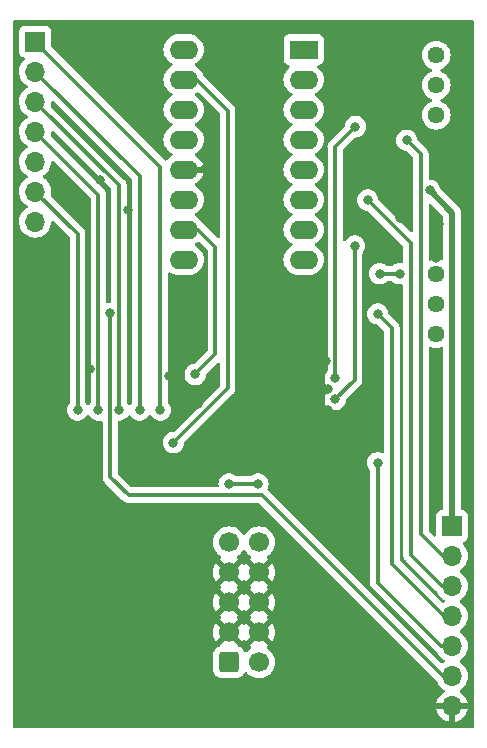
<source format=gbr>
%TF.GenerationSoftware,KiCad,Pcbnew,7.0.2-0*%
%TF.CreationDate,2023-10-10T18:08:06-05:00*%
%TF.ProjectId,Untitled,556e7469-746c-4656-942e-6b696361645f,rev?*%
%TF.SameCoordinates,Original*%
%TF.FileFunction,Copper,L2,Bot*%
%TF.FilePolarity,Positive*%
%FSLAX46Y46*%
G04 Gerber Fmt 4.6, Leading zero omitted, Abs format (unit mm)*
G04 Created by KiCad (PCBNEW 7.0.2-0) date 2023-10-10 18:08:06*
%MOMM*%
%LPD*%
G01*
G04 APERTURE LIST*
G04 Aperture macros list*
%AMRoundRect*
0 Rectangle with rounded corners*
0 $1 Rounding radius*
0 $2 $3 $4 $5 $6 $7 $8 $9 X,Y pos of 4 corners*
0 Add a 4 corners polygon primitive as box body*
4,1,4,$2,$3,$4,$5,$6,$7,$8,$9,$2,$3,0*
0 Add four circle primitives for the rounded corners*
1,1,$1+$1,$2,$3*
1,1,$1+$1,$4,$5*
1,1,$1+$1,$6,$7*
1,1,$1+$1,$8,$9*
0 Add four rect primitives between the rounded corners*
20,1,$1+$1,$2,$3,$4,$5,0*
20,1,$1+$1,$4,$5,$6,$7,0*
20,1,$1+$1,$6,$7,$8,$9,0*
20,1,$1+$1,$8,$9,$2,$3,0*%
G04 Aperture macros list end*
%TA.AperFunction,ComponentPad*%
%ADD10C,1.440000*%
%TD*%
%TA.AperFunction,ComponentPad*%
%ADD11RoundRect,0.250000X-0.600000X-0.600000X0.600000X-0.600000X0.600000X0.600000X-0.600000X0.600000X0*%
%TD*%
%TA.AperFunction,ComponentPad*%
%ADD12C,1.700000*%
%TD*%
%TA.AperFunction,ComponentPad*%
%ADD13R,2.400000X1.600000*%
%TD*%
%TA.AperFunction,ComponentPad*%
%ADD14O,2.400000X1.600000*%
%TD*%
%TA.AperFunction,ComponentPad*%
%ADD15R,1.700000X1.700000*%
%TD*%
%TA.AperFunction,ComponentPad*%
%ADD16O,1.700000X1.700000*%
%TD*%
%TA.AperFunction,ViaPad*%
%ADD17C,0.800000*%
%TD*%
%TA.AperFunction,Conductor*%
%ADD18C,0.300000*%
%TD*%
%TA.AperFunction,Conductor*%
%ADD19C,0.500000*%
%TD*%
G04 APERTURE END LIST*
D10*
%TO.P,RV1,1,1*%
%TO.N,Net-(R1-Pad2)*%
X145850000Y-89150000D03*
%TO.P,RV1,2,2*%
%TO.N,Net-(U1-VEE)*%
X145850000Y-91690000D03*
%TO.P,RV1,3,3*%
X145850000Y-94230000D03*
%TD*%
%TO.P,RV7,1,1*%
%TO.N,GND*%
X145850000Y-107650000D03*
%TO.P,RV7,2,2*%
%TO.N,Net-(R35-Pad1)*%
X145850000Y-110190000D03*
%TO.P,RV7,3,3*%
%TO.N,Net-(R34-Pad2)*%
X145850000Y-112730000D03*
%TD*%
D11*
%TO.P,J7,1,Pin_1*%
%TO.N,-12V*%
X128310000Y-140550000D03*
D12*
%TO.P,J7,2,Pin_2*%
X130850000Y-140550000D03*
%TO.P,J7,3,Pin_3*%
%TO.N,GND*%
X128310000Y-138010000D03*
%TO.P,J7,4,Pin_4*%
X130850000Y-138010000D03*
%TO.P,J7,5,Pin_5*%
X128310000Y-135470000D03*
%TO.P,J7,6,Pin_6*%
X130850000Y-135470000D03*
%TO.P,J7,7,Pin_7*%
X128310000Y-132930000D03*
%TO.P,J7,8,Pin_8*%
X130850000Y-132930000D03*
%TO.P,J7,9,Pin_9*%
%TO.N,+12V*%
X128310000Y-130390000D03*
%TO.P,J7,10,Pin_10*%
X130850000Y-130390000D03*
%TD*%
D13*
%TO.P,U1,1,SCALE1*%
%TO.N,Net-(U1-SCALE1)*%
X134625000Y-88675000D03*
D14*
%TO.P,U1,2,SCALE2*%
%TO.N,Net-(U1-SCALE2)*%
X134625000Y-91215000D03*
%TO.P,U1,3,VEE*%
%TO.N,Net-(U1-VEE)*%
X134625000Y-93755000D03*
%TO.P,U1,4,VP*%
%TO.N,/PULSE*%
X134625000Y-96295000D03*
%TO.P,U1,5,PWM*%
%TO.N,/PWM*%
X134625000Y-98835000D03*
%TO.P,U1,6,VHSI*%
%TO.N,/HSYNC*%
X134625000Y-101375000D03*
%TO.P,U1,7,VHFT*%
%TO.N,/VHFT*%
X134625000Y-103915000D03*
%TO.P,U1,8,VSO*%
%TO.N,/SAW*%
X134625000Y-106455000D03*
%TO.P,U1,9,VSSI*%
%TO.N,unconnected-(U1-VSSI-Pad9)*%
X124465000Y-106455000D03*
%TO.P,U1,10,VTO*%
%TO.N,/TRI*%
X124465000Y-103915000D03*
%TO.P,U1,11,CAP*%
%TO.N,Net-(U1-CAP)*%
X124465000Y-101375000D03*
%TO.P,U1,12,GND*%
%TO.N,GND*%
X124465000Y-98835000D03*
%TO.P,U1,13,VLFI*%
%TO.N,/LIN_FM*%
X124465000Y-96295000D03*
%TO.P,U1,14,VS*%
%TO.N,Net-(U1-VS)*%
X124465000Y-93755000D03*
%TO.P,U1,15,VFCI*%
%TO.N,/CV_IN*%
X124465000Y-91215000D03*
%TO.P,U1,16,VCC*%
%TO.N,+12V*%
X124465000Y-88675000D03*
%TD*%
D15*
%TO.P,J11,1,Pin_1*%
%TO.N,/coarse2_a*%
X111900000Y-88000000D03*
D16*
%TO.P,J11,2,Pin_2*%
%TO.N,/coarse3_a*%
X111900000Y-90540000D03*
%TO.P,J11,3,Pin_3*%
%TO.N,/fine2_a*%
X111900000Y-93080000D03*
%TO.P,J11,4,Pin_4*%
%TO.N,/fine3_a*%
X111900000Y-95620000D03*
%TO.P,J11,5,Pin_5*%
%TO.N,/linfm_a*%
X111900000Y-98160000D03*
%TO.P,J11,6,Pin_6*%
%TO.N,/cvmod_a*%
X111900000Y-100700000D03*
%TO.P,J11,7,Pin_7*%
%TO.N,/voct_a*%
X111900000Y-103240000D03*
%TD*%
D15*
%TO.P,J12,1,Pin_1*%
%TO.N,+5V*%
X147200000Y-129010000D03*
D16*
%TO.P,J12,2,Pin_2*%
%TO.N,/pwm_a*%
X147200000Y-131550000D03*
%TO.P,J12,3,Pin_3*%
%TO.N,/sync_a*%
X147200000Y-134090000D03*
%TO.P,J12,4,Pin_4*%
%TO.N,/pulse_a*%
X147200000Y-136630000D03*
%TO.P,J12,5,Pin_5*%
%TO.N,/saw_a*%
X147200000Y-139170000D03*
%TO.P,J12,6,Pin_6*%
%TO.N,/tri_a*%
X147200000Y-141710000D03*
%TO.P,J12,7,Pin_7*%
%TO.N,GND*%
X147200000Y-144250000D03*
%TD*%
D17*
%TO.N,GND*%
X136700000Y-117450000D03*
X136550000Y-115000000D03*
X123250000Y-116350000D03*
X132100000Y-122650000D03*
X124850000Y-111400000D03*
X130100000Y-116250000D03*
X139950000Y-138050000D03*
X145850000Y-106300000D03*
X146100000Y-103400000D03*
X120100000Y-92850000D03*
X116500500Y-115700000D03*
X140900000Y-116600000D03*
X141800000Y-89950000D03*
X117400000Y-99700000D03*
X116950000Y-90250000D03*
X119150000Y-143650000D03*
X145400000Y-144250000D03*
X143050000Y-93750000D03*
X119749500Y-102250000D03*
X125650000Y-118700000D03*
X136700000Y-119200000D03*
X119350000Y-88650000D03*
X139000000Y-99900000D03*
X137300000Y-127350000D03*
X142800000Y-102950000D03*
X127150000Y-91000000D03*
X132050000Y-111400000D03*
X126300000Y-98800000D03*
X145850000Y-117900000D03*
X140900000Y-118300000D03*
%TO.N,+5V*%
X145300000Y-100600000D03*
%TO.N,/sync_a*%
X140050000Y-101400000D03*
%TO.N,/CV_IN*%
X123600000Y-121950000D03*
%TO.N,Net-(U2C-+)*%
X137300000Y-118300000D03*
X138950000Y-105300000D03*
%TO.N,Net-(U2D-+)*%
X137300000Y-116500000D03*
X139000000Y-95200000D03*
%TO.N,Net-(R34-Pad2)*%
X142749500Y-107650000D03*
X141050500Y-107650000D03*
%TO.N,Net-(R35-Pad1)*%
X130750688Y-125449312D03*
X128310500Y-125450000D03*
%TO.N,/TRI*%
X125450000Y-116180000D03*
%TO.N,/pwm_a*%
X143350000Y-96350000D03*
%TO.N,/pulse_a*%
X140900000Y-111050000D03*
%TO.N,/coarse3_a*%
X120750000Y-119200000D03*
%TO.N,/coarse2_a*%
X122500000Y-119200000D03*
%TO.N,/fine3_a*%
X117250000Y-119200000D03*
%TO.N,/fine2_a*%
X119000000Y-119200000D03*
%TO.N,/saw_a*%
X140900000Y-123650500D03*
%TO.N,/cvmod_a*%
X115500000Y-119200000D03*
%TO.N,/tri_a*%
X118250000Y-111000000D03*
%TD*%
D18*
%TO.N,Net-(R34-Pad2)*%
X141050500Y-107650000D02*
X142749500Y-107650000D01*
%TO.N,Net-(R35-Pad1)*%
X128310500Y-125450000D02*
X128311188Y-125449312D01*
X128311188Y-125449312D02*
X130750688Y-125449312D01*
%TO.N,/TRI*%
X127150000Y-105350000D02*
X125715000Y-103915000D01*
X127150000Y-114480000D02*
X127150000Y-105350000D01*
X125715000Y-103915000D02*
X124465000Y-103915000D01*
X125450000Y-116180000D02*
X127150000Y-114480000D01*
%TO.N,/pwm_a*%
X146400000Y-131550000D02*
X144550000Y-129700000D01*
X144550000Y-97550000D02*
X143350000Y-96350000D01*
X144550000Y-129700000D02*
X144550000Y-97550000D01*
X147200000Y-131550000D02*
X146400000Y-131550000D01*
%TO.N,/pulse_a*%
X146530000Y-136630000D02*
X142100000Y-132200000D01*
X142100000Y-132200000D02*
X142100000Y-112250000D01*
X142100000Y-112250000D02*
X140900000Y-111050000D01*
X147200000Y-136630000D02*
X146530000Y-136630000D01*
%TO.N,/coarse3_a*%
X120750000Y-99390000D02*
X111900000Y-90540000D01*
X120750000Y-119200000D02*
X120750000Y-99390000D01*
%TO.N,/coarse2_a*%
X122500000Y-98600000D02*
X111900000Y-88000000D01*
X122500000Y-119200000D02*
X122500000Y-98600000D01*
%TO.N,/fine3_a*%
X117250000Y-100970000D02*
X111900000Y-95620000D01*
X117250000Y-119200000D02*
X117250000Y-100970000D01*
%TO.N,/fine2_a*%
X119000000Y-100180000D02*
X111900000Y-93080000D01*
X119000000Y-119200000D02*
X119000000Y-100180000D01*
%TO.N,/saw_a*%
X146270000Y-139170000D02*
X140900000Y-133800000D01*
X140900000Y-133800000D02*
X140900000Y-123650500D01*
X147200000Y-139170000D02*
X146270000Y-139170000D01*
%TO.N,/cvmod_a*%
X115500000Y-119200000D02*
X115500000Y-104300000D01*
X115500000Y-104300000D02*
X111900000Y-100700000D01*
%TO.N,/tri_a*%
X131100000Y-126400000D02*
X119800000Y-126400000D01*
X119800000Y-126400000D02*
X118250000Y-124850000D01*
X146410000Y-141710000D02*
X131100000Y-126400000D01*
X118250000Y-124850000D02*
X118250000Y-111000000D01*
X147200000Y-141710000D02*
X146410000Y-141710000D01*
D19*
%TO.N,+5V*%
X147200000Y-129010000D02*
X147200000Y-102500000D01*
X147200000Y-102500000D02*
X145300000Y-100600000D01*
D18*
%TO.N,/sync_a*%
X143700000Y-131450000D02*
X143700000Y-105050000D01*
X143700000Y-105050000D02*
X140050000Y-101400000D01*
X147200000Y-134090000D02*
X146340000Y-134090000D01*
X146340000Y-134090000D02*
X143700000Y-131450000D01*
%TO.N,/CV_IN*%
X128200000Y-93850000D02*
X125565000Y-91215000D01*
X128200000Y-117350000D02*
X128200000Y-93850000D01*
X125565000Y-91215000D02*
X124465000Y-91215000D01*
X123600000Y-121950000D02*
X128200000Y-117350000D01*
%TO.N,Net-(U2C-+)*%
X138950000Y-105300000D02*
X138950000Y-116650000D01*
X138950000Y-116650000D02*
X137300000Y-118300000D01*
%TO.N,Net-(U2D-+)*%
X137300000Y-116500000D02*
X137300000Y-96900000D01*
X137300000Y-96900000D02*
X139000000Y-95200000D01*
%TD*%
%TA.AperFunction,Conductor*%
%TO.N,GND*%
G36*
X145376902Y-113856063D02*
G01*
X145430970Y-113881276D01*
X145637253Y-113936549D01*
X145850000Y-113955162D01*
X146062747Y-113936549D01*
X146269030Y-113881276D01*
X146273091Y-113879381D01*
X146342168Y-113868887D01*
X146405953Y-113897404D01*
X146444195Y-113955879D01*
X146449500Y-113991762D01*
X146449500Y-127535500D01*
X146429815Y-127602539D01*
X146377011Y-127648294D01*
X146325505Y-127659500D01*
X146305441Y-127659500D01*
X146305422Y-127659500D01*
X146302128Y-127659501D01*
X146298848Y-127659853D01*
X146298840Y-127659854D01*
X146242515Y-127665909D01*
X146107669Y-127716204D01*
X145992454Y-127802454D01*
X145906204Y-127917668D01*
X145855910Y-128052515D01*
X145855909Y-128052517D01*
X145849500Y-128112127D01*
X145849500Y-128115448D01*
X145849500Y-128115449D01*
X145849500Y-129780191D01*
X145829815Y-129847230D01*
X145777011Y-129892985D01*
X145707853Y-129902929D01*
X145644297Y-129873904D01*
X145637819Y-129867872D01*
X145236819Y-129466872D01*
X145203334Y-129405549D01*
X145200500Y-129379191D01*
X145200500Y-113968446D01*
X145220185Y-113901407D01*
X145272989Y-113855652D01*
X145342147Y-113845708D01*
X145376902Y-113856063D01*
G37*
%TD.AperFunction*%
%TA.AperFunction,Conductor*%
G36*
X113464961Y-98104907D02*
G01*
X116563181Y-101203128D01*
X116596665Y-101264449D01*
X116599499Y-101290807D01*
X116599499Y-118529077D01*
X116579814Y-118596116D01*
X116567650Y-118612048D01*
X116517466Y-118667783D01*
X116482387Y-118728543D01*
X116431820Y-118776759D01*
X116363213Y-118789981D01*
X116298348Y-118764013D01*
X116267613Y-118728543D01*
X116232533Y-118667783D01*
X116182350Y-118612049D01*
X116152120Y-118549057D01*
X116150500Y-118529077D01*
X116150500Y-104385503D01*
X116152841Y-104364300D01*
X116152759Y-104361706D01*
X116152760Y-104361704D01*
X116150561Y-104291722D01*
X116150500Y-104287828D01*
X116150500Y-104262977D01*
X116150500Y-104262976D01*
X116150500Y-104259075D01*
X116149948Y-104254712D01*
X116149031Y-104243063D01*
X116147598Y-104197431D01*
X116141677Y-104177051D01*
X116137730Y-104158001D01*
X116135071Y-104136942D01*
X116118264Y-104094493D01*
X116114481Y-104083445D01*
X116101744Y-104039602D01*
X116090937Y-104021329D01*
X116082382Y-104003866D01*
X116074568Y-103984129D01*
X116047733Y-103947193D01*
X116041325Y-103937436D01*
X116018084Y-103898138D01*
X116018081Y-103898135D01*
X116003068Y-103883122D01*
X115990435Y-103868330D01*
X115977963Y-103851163D01*
X115942779Y-103822056D01*
X115934140Y-103814194D01*
X113247709Y-101127763D01*
X113214224Y-101066440D01*
X113215615Y-101007988D01*
X113228012Y-100961722D01*
X113235063Y-100935408D01*
X113255659Y-100700000D01*
X113248296Y-100615848D01*
X113235063Y-100464592D01*
X113221273Y-100413126D01*
X113173903Y-100236337D01*
X113074035Y-100022171D01*
X112938495Y-99828599D01*
X112771401Y-99661505D01*
X112585839Y-99531573D01*
X112542216Y-99476998D01*
X112535022Y-99407500D01*
X112566545Y-99345145D01*
X112585837Y-99328428D01*
X112771401Y-99198495D01*
X112938495Y-99031401D01*
X113074035Y-98837830D01*
X113173903Y-98623663D01*
X113235063Y-98395408D01*
X113253753Y-98181781D01*
X113279205Y-98116713D01*
X113335796Y-98075734D01*
X113405558Y-98071856D01*
X113464961Y-98104907D01*
G37*
%TD.AperFunction*%
%TA.AperFunction,Conductor*%
G36*
X113464962Y-93024908D02*
G01*
X120063181Y-99623127D01*
X120096666Y-99684450D01*
X120099500Y-99710808D01*
X120099500Y-118529077D01*
X120079815Y-118596116D01*
X120067650Y-118612049D01*
X120017464Y-118667785D01*
X119982385Y-118728544D01*
X119931818Y-118776759D01*
X119863210Y-118789981D01*
X119798346Y-118764013D01*
X119767612Y-118728543D01*
X119732533Y-118667784D01*
X119723843Y-118658132D01*
X119682350Y-118612049D01*
X119652120Y-118549057D01*
X119650500Y-118529077D01*
X119650500Y-109975500D01*
X119650500Y-100265492D01*
X119652841Y-100244295D01*
X119651986Y-100217106D01*
X119650559Y-100171733D01*
X119650499Y-100167836D01*
X119650500Y-100139075D01*
X119649948Y-100134709D01*
X119649030Y-100123055D01*
X119647597Y-100077430D01*
X119641675Y-100057047D01*
X119637732Y-100038010D01*
X119635071Y-100016942D01*
X119618266Y-99974498D01*
X119614481Y-99963444D01*
X119601744Y-99919601D01*
X119590934Y-99901322D01*
X119582380Y-99883862D01*
X119574568Y-99864129D01*
X119547723Y-99827180D01*
X119541332Y-99817451D01*
X119518081Y-99778135D01*
X119503068Y-99763122D01*
X119490435Y-99748330D01*
X119477963Y-99731163D01*
X119442779Y-99702056D01*
X119434140Y-99694194D01*
X113247709Y-93507763D01*
X113214224Y-93446440D01*
X113215615Y-93387988D01*
X113220881Y-93368336D01*
X113235063Y-93315408D01*
X113253753Y-93101781D01*
X113279205Y-93036713D01*
X113335796Y-92995734D01*
X113405558Y-92991856D01*
X113464962Y-93024908D01*
G37*
%TD.AperFunction*%
%TA.AperFunction,Conductor*%
G36*
X113464961Y-95564907D02*
G01*
X118313182Y-100413128D01*
X118346666Y-100474449D01*
X118349500Y-100500807D01*
X118349500Y-109975500D01*
X118329815Y-110042539D01*
X118277011Y-110088294D01*
X118225500Y-110099500D01*
X118155351Y-110099500D01*
X118050280Y-110121833D01*
X117980613Y-110116517D01*
X117924880Y-110074380D01*
X117900775Y-110008800D01*
X117900500Y-110000543D01*
X117900500Y-101055503D01*
X117902841Y-101034300D01*
X117902759Y-101031706D01*
X117902760Y-101031704D01*
X117900561Y-100961722D01*
X117900500Y-100957828D01*
X117900500Y-100932977D01*
X117900500Y-100932976D01*
X117900500Y-100929075D01*
X117899948Y-100924712D01*
X117899031Y-100913064D01*
X117897598Y-100867431D01*
X117891675Y-100847045D01*
X117887731Y-100828004D01*
X117885071Y-100806942D01*
X117868267Y-100764501D01*
X117864484Y-100753452D01*
X117851745Y-100709602D01*
X117846066Y-100699999D01*
X117840937Y-100691326D01*
X117832376Y-100673850D01*
X117824568Y-100654129D01*
X117797731Y-100617191D01*
X117791317Y-100607425D01*
X117768081Y-100568135D01*
X117753074Y-100553128D01*
X117740436Y-100538331D01*
X117727963Y-100521163D01*
X117692779Y-100492056D01*
X117684140Y-100484194D01*
X113247709Y-96047763D01*
X113214224Y-95986440D01*
X113215615Y-95927988D01*
X113235063Y-95855408D01*
X113253753Y-95641781D01*
X113279205Y-95576713D01*
X113335796Y-95535734D01*
X113405558Y-95531856D01*
X113464961Y-95564907D01*
G37*
%TD.AperFunction*%
%TA.AperFunction,Conductor*%
G36*
X145405703Y-101767517D02*
G01*
X145412181Y-101773549D01*
X146413181Y-102774549D01*
X146446666Y-102835872D01*
X146449500Y-102862230D01*
X146449500Y-106388789D01*
X146429815Y-106455828D01*
X146377011Y-106501583D01*
X146307853Y-106511527D01*
X146273102Y-106501174D01*
X146268863Y-106499197D01*
X146062657Y-106443944D01*
X145849999Y-106425339D01*
X145637342Y-106443944D01*
X145431138Y-106499197D01*
X145376904Y-106524487D01*
X145307827Y-106534979D01*
X145244043Y-106506459D01*
X145205804Y-106447982D01*
X145200500Y-106412105D01*
X145200500Y-101861230D01*
X145220185Y-101794191D01*
X145272989Y-101748436D01*
X145342147Y-101738492D01*
X145405703Y-101767517D01*
G37*
%TD.AperFunction*%
%TA.AperFunction,Conductor*%
G36*
X125718157Y-92293722D02*
G01*
X125742988Y-92312933D01*
X127513181Y-94083126D01*
X127546666Y-94144449D01*
X127549500Y-94170807D01*
X127549499Y-104530192D01*
X127529814Y-104597231D01*
X127477010Y-104642986D01*
X127407852Y-104652930D01*
X127344296Y-104623905D01*
X127337832Y-104617886D01*
X126235434Y-103515488D01*
X126222091Y-103498833D01*
X126169166Y-103449134D01*
X126166369Y-103446423D01*
X126148789Y-103428843D01*
X126146035Y-103426089D01*
X126142956Y-103423701D01*
X126142951Y-103423696D01*
X126142548Y-103423383D01*
X126133669Y-103415800D01*
X126100392Y-103384551D01*
X126081793Y-103374326D01*
X126065531Y-103363644D01*
X126053686Y-103354456D01*
X126017305Y-103308881D01*
X125995568Y-103262266D01*
X125865046Y-103075859D01*
X125704140Y-102914953D01*
X125517733Y-102784431D01*
X125459725Y-102757382D01*
X125407285Y-102711210D01*
X125388133Y-102644017D01*
X125408348Y-102577135D01*
X125459725Y-102532618D01*
X125517734Y-102505568D01*
X125704139Y-102375047D01*
X125865047Y-102214139D01*
X125995568Y-102027734D01*
X126091739Y-101821496D01*
X126150635Y-101601692D01*
X126170468Y-101375000D01*
X126150635Y-101148308D01*
X126091739Y-100928504D01*
X125995568Y-100722266D01*
X125979978Y-100700000D01*
X125865046Y-100535859D01*
X125704140Y-100374953D01*
X125517736Y-100244433D01*
X125517440Y-100244295D01*
X125459132Y-100217105D01*
X125406695Y-100170933D01*
X125387543Y-100103739D01*
X125407759Y-100036858D01*
X125459135Y-99992342D01*
X125517479Y-99965135D01*
X125703819Y-99834658D01*
X125864658Y-99673819D01*
X125995134Y-99487480D01*
X126091266Y-99281326D01*
X126143872Y-99085000D01*
X124780686Y-99085000D01*
X124792641Y-99073045D01*
X124850165Y-98960148D01*
X124869986Y-98835000D01*
X124850165Y-98709852D01*
X124792641Y-98596955D01*
X124780686Y-98585000D01*
X126143872Y-98585000D01*
X126143871Y-98584999D01*
X126091266Y-98388673D01*
X125995134Y-98182519D01*
X125864658Y-97996180D01*
X125703819Y-97835341D01*
X125517482Y-97704866D01*
X125459133Y-97677657D01*
X125406694Y-97631484D01*
X125387543Y-97564290D01*
X125407759Y-97497409D01*
X125459134Y-97452893D01*
X125517734Y-97425568D01*
X125704139Y-97295047D01*
X125865047Y-97134139D01*
X125995568Y-96947734D01*
X126091739Y-96741496D01*
X126150635Y-96521692D01*
X126170468Y-96295000D01*
X126150635Y-96068308D01*
X126091739Y-95848504D01*
X125995568Y-95642266D01*
X125995230Y-95641782D01*
X125865046Y-95455859D01*
X125704140Y-95294953D01*
X125517733Y-95164431D01*
X125459725Y-95137382D01*
X125407285Y-95091210D01*
X125388133Y-95024017D01*
X125408348Y-94957135D01*
X125459725Y-94912618D01*
X125517734Y-94885568D01*
X125704139Y-94755047D01*
X125865047Y-94594139D01*
X125995568Y-94407734D01*
X126091739Y-94201496D01*
X126150635Y-93981692D01*
X126170468Y-93755000D01*
X126150635Y-93528308D01*
X126091739Y-93308504D01*
X125995568Y-93102266D01*
X125995230Y-93101782D01*
X125865046Y-92915859D01*
X125704140Y-92754953D01*
X125517733Y-92624431D01*
X125459725Y-92597382D01*
X125407285Y-92551210D01*
X125388133Y-92484017D01*
X125408348Y-92417135D01*
X125459725Y-92372618D01*
X125517730Y-92345570D01*
X125517730Y-92345569D01*
X125517734Y-92345568D01*
X125584185Y-92299038D01*
X125650389Y-92276712D01*
X125718157Y-92293722D01*
G37*
%TD.AperFunction*%
%TA.AperFunction,Conductor*%
G36*
X130390507Y-138219844D02*
G01*
X130468239Y-138340798D01*
X130576900Y-138434952D01*
X130707685Y-138494680D01*
X130717466Y-138496086D01*
X130088625Y-139124925D01*
X130164594Y-139178119D01*
X130208219Y-139232696D01*
X130215413Y-139302194D01*
X130183890Y-139364549D01*
X130164595Y-139381269D01*
X129978595Y-139511508D01*
X129803834Y-139686270D01*
X129801128Y-139683564D01*
X129762151Y-139714671D01*
X129692647Y-139721809D01*
X129630317Y-139690237D01*
X129597539Y-139638890D01*
X129594814Y-139630666D01*
X129502712Y-139481344D01*
X129502711Y-139481342D01*
X129378657Y-139357288D01*
X129229334Y-139265186D01*
X129156967Y-139241206D01*
X129099522Y-139201433D01*
X129072699Y-139136917D01*
X129072585Y-139126137D01*
X128442533Y-138496086D01*
X128452315Y-138494680D01*
X128583100Y-138434952D01*
X128691761Y-138340798D01*
X128769493Y-138219844D01*
X128793076Y-138139524D01*
X129424925Y-138771373D01*
X129478424Y-138694969D01*
X129533001Y-138651344D01*
X129602499Y-138644150D01*
X129664854Y-138675673D01*
X129681574Y-138694969D01*
X129735072Y-138771373D01*
X129735073Y-138771373D01*
X130366923Y-138139523D01*
X130390507Y-138219844D01*
G37*
%TD.AperFunction*%
%TA.AperFunction,Conductor*%
G36*
X130390507Y-135679844D02*
G01*
X130468239Y-135800798D01*
X130576900Y-135894952D01*
X130707685Y-135954680D01*
X130717466Y-135956086D01*
X130088625Y-136584925D01*
X130165031Y-136638425D01*
X130208655Y-136693002D01*
X130215848Y-136762501D01*
X130184326Y-136824855D01*
X130165029Y-136841576D01*
X130088625Y-136895072D01*
X130717466Y-137523913D01*
X130707685Y-137525320D01*
X130576900Y-137585048D01*
X130468239Y-137679202D01*
X130390507Y-137800156D01*
X130366923Y-137880475D01*
X129735073Y-137248625D01*
X129735072Y-137248626D01*
X129681574Y-137325030D01*
X129626998Y-137368655D01*
X129557499Y-137375849D01*
X129495144Y-137344326D01*
X129478424Y-137325030D01*
X129424925Y-137248626D01*
X129424925Y-137248625D01*
X128793076Y-137880475D01*
X128769493Y-137800156D01*
X128691761Y-137679202D01*
X128583100Y-137585048D01*
X128452315Y-137525320D01*
X128442533Y-137523913D01*
X129071373Y-136895073D01*
X129071373Y-136895072D01*
X128994969Y-136841574D01*
X128951344Y-136786997D01*
X128944150Y-136717499D01*
X128975673Y-136655144D01*
X128994969Y-136638424D01*
X129071373Y-136584925D01*
X128442533Y-135956086D01*
X128452315Y-135954680D01*
X128583100Y-135894952D01*
X128691761Y-135800798D01*
X128769493Y-135679844D01*
X128793077Y-135599523D01*
X129424925Y-136231372D01*
X129478424Y-136154969D01*
X129533001Y-136111344D01*
X129602499Y-136104150D01*
X129664854Y-136135673D01*
X129681574Y-136154969D01*
X129735072Y-136231373D01*
X129735073Y-136231373D01*
X130366923Y-135599523D01*
X130390507Y-135679844D01*
G37*
%TD.AperFunction*%
%TA.AperFunction,Conductor*%
G36*
X130390507Y-133139844D02*
G01*
X130468239Y-133260798D01*
X130576900Y-133354952D01*
X130707685Y-133414680D01*
X130717466Y-133416086D01*
X130088625Y-134044925D01*
X130165031Y-134098425D01*
X130208655Y-134153002D01*
X130215848Y-134222501D01*
X130184326Y-134284855D01*
X130165029Y-134301576D01*
X130088625Y-134355072D01*
X130717466Y-134983913D01*
X130707685Y-134985320D01*
X130576900Y-135045048D01*
X130468239Y-135139202D01*
X130390507Y-135260156D01*
X130366923Y-135340475D01*
X129735073Y-134708625D01*
X129735072Y-134708626D01*
X129681574Y-134785030D01*
X129626998Y-134828655D01*
X129557499Y-134835849D01*
X129495144Y-134804326D01*
X129478424Y-134785030D01*
X129424925Y-134708626D01*
X129424925Y-134708625D01*
X128793076Y-135340474D01*
X128769493Y-135260156D01*
X128691761Y-135139202D01*
X128583100Y-135045048D01*
X128452315Y-134985320D01*
X128442533Y-134983913D01*
X129071373Y-134355073D01*
X129071373Y-134355072D01*
X128994969Y-134301574D01*
X128951344Y-134246997D01*
X128944150Y-134177499D01*
X128975673Y-134115144D01*
X128994969Y-134098424D01*
X129071373Y-134044925D01*
X128442533Y-133416086D01*
X128452315Y-133414680D01*
X128583100Y-133354952D01*
X128691761Y-133260798D01*
X128769493Y-133139844D01*
X128793076Y-133059524D01*
X129424925Y-133691373D01*
X129478424Y-133614969D01*
X129533001Y-133571344D01*
X129602499Y-133564150D01*
X129664854Y-133595673D01*
X129681574Y-133614969D01*
X129735072Y-133691373D01*
X129735073Y-133691373D01*
X130366923Y-133059523D01*
X130390507Y-133139844D01*
G37*
%TD.AperFunction*%
%TA.AperFunction,Conductor*%
G36*
X129664854Y-131056545D02*
G01*
X129681572Y-131075838D01*
X129811505Y-131261401D01*
X129978599Y-131428495D01*
X130164596Y-131558732D01*
X130208219Y-131613307D01*
X130215412Y-131682806D01*
X130183890Y-131745160D01*
X130164594Y-131761881D01*
X130088626Y-131815073D01*
X130717466Y-132443913D01*
X130707685Y-132445320D01*
X130576900Y-132505048D01*
X130468239Y-132599202D01*
X130390507Y-132720156D01*
X130366923Y-132800475D01*
X129735073Y-132168625D01*
X129735072Y-132168626D01*
X129681574Y-132245030D01*
X129626998Y-132288655D01*
X129557499Y-132295849D01*
X129495144Y-132264326D01*
X129478424Y-132245030D01*
X129424925Y-132168626D01*
X129424925Y-132168625D01*
X128793076Y-132800475D01*
X128769493Y-132720156D01*
X128691761Y-132599202D01*
X128583100Y-132505048D01*
X128452315Y-132445320D01*
X128442532Y-132443913D01*
X129071373Y-131815073D01*
X129071373Y-131815072D01*
X128995405Y-131761880D01*
X128951780Y-131707304D01*
X128944586Y-131637805D01*
X128976108Y-131575451D01*
X128995399Y-131558734D01*
X129181401Y-131428495D01*
X129348495Y-131261401D01*
X129478427Y-131075838D01*
X129533001Y-131032216D01*
X129602499Y-131025022D01*
X129664854Y-131056545D01*
G37*
%TD.AperFunction*%
%TA.AperFunction,Conductor*%
G36*
X148992539Y-86170185D02*
G01*
X149038294Y-86222989D01*
X149049500Y-86274500D01*
X149049500Y-146025500D01*
X149029815Y-146092539D01*
X148977011Y-146138294D01*
X148925500Y-146149500D01*
X110174500Y-146149500D01*
X110107461Y-146129815D01*
X110061706Y-146077011D01*
X110050500Y-146025500D01*
X110050500Y-130390000D01*
X126954340Y-130390000D01*
X126974936Y-130625407D01*
X126989189Y-130678598D01*
X127036097Y-130853663D01*
X127135965Y-131067830D01*
X127271505Y-131261401D01*
X127438599Y-131428495D01*
X127624596Y-131558732D01*
X127668219Y-131613307D01*
X127675412Y-131682806D01*
X127643890Y-131745160D01*
X127624594Y-131761881D01*
X127548625Y-131815073D01*
X128177465Y-132443913D01*
X128167685Y-132445320D01*
X128036900Y-132505048D01*
X127928239Y-132599202D01*
X127850507Y-132720156D01*
X127826923Y-132800475D01*
X127195073Y-132168625D01*
X127195072Y-132168625D01*
X127136399Y-132252422D01*
X127036569Y-132466507D01*
X126975430Y-132694681D01*
X126954842Y-132930000D01*
X126975430Y-133165318D01*
X127036569Y-133393492D01*
X127136400Y-133607580D01*
X127195073Y-133691373D01*
X127826923Y-133059523D01*
X127850507Y-133139844D01*
X127928239Y-133260798D01*
X128036900Y-133354952D01*
X128167685Y-133414680D01*
X128177466Y-133416086D01*
X127548625Y-134044925D01*
X127625031Y-134098425D01*
X127668655Y-134153002D01*
X127675848Y-134222501D01*
X127644326Y-134284855D01*
X127625029Y-134301576D01*
X127548625Y-134355072D01*
X128177466Y-134983913D01*
X128167685Y-134985320D01*
X128036900Y-135045048D01*
X127928239Y-135139202D01*
X127850507Y-135260156D01*
X127826923Y-135340475D01*
X127195073Y-134708625D01*
X127195072Y-134708625D01*
X127136399Y-134792422D01*
X127036569Y-135006507D01*
X126975430Y-135234681D01*
X126954842Y-135469999D01*
X126975430Y-135705318D01*
X127036569Y-135933492D01*
X127136400Y-136147580D01*
X127195073Y-136231373D01*
X127826923Y-135599523D01*
X127850507Y-135679844D01*
X127928239Y-135800798D01*
X128036900Y-135894952D01*
X128167685Y-135954680D01*
X128177466Y-135956086D01*
X127548625Y-136584925D01*
X127625031Y-136638425D01*
X127668655Y-136693002D01*
X127675848Y-136762501D01*
X127644326Y-136824855D01*
X127625029Y-136841576D01*
X127548625Y-136895072D01*
X128177466Y-137523913D01*
X128167685Y-137525320D01*
X128036900Y-137585048D01*
X127928239Y-137679202D01*
X127850507Y-137800156D01*
X127826923Y-137880475D01*
X127195073Y-137248625D01*
X127195072Y-137248625D01*
X127136399Y-137332422D01*
X127036569Y-137546507D01*
X126975430Y-137774681D01*
X126954842Y-138010000D01*
X126975430Y-138245318D01*
X127036569Y-138473492D01*
X127136400Y-138687580D01*
X127195073Y-138771373D01*
X127826923Y-138139523D01*
X127850507Y-138219844D01*
X127928239Y-138340798D01*
X128036900Y-138434952D01*
X128167685Y-138494680D01*
X128177466Y-138496086D01*
X127544208Y-139129342D01*
X127533788Y-139181193D01*
X127485172Y-139231376D01*
X127463032Y-139241206D01*
X127390664Y-139265186D01*
X127241342Y-139357288D01*
X127117288Y-139481342D01*
X127025186Y-139630665D01*
X126970000Y-139797202D01*
X126959819Y-139896858D01*
X126959817Y-139896878D01*
X126959500Y-139899991D01*
X126959500Y-139903138D01*
X126959500Y-139903139D01*
X126959500Y-141196859D01*
X126959500Y-141196878D01*
X126959501Y-141200008D01*
X126959820Y-141203140D01*
X126959821Y-141203141D01*
X126970000Y-141302796D01*
X127025186Y-141469334D01*
X127117288Y-141618657D01*
X127241342Y-141742711D01*
X127241344Y-141742712D01*
X127390666Y-141834814D01*
X127502017Y-141871712D01*
X127557202Y-141889999D01*
X127656858Y-141900180D01*
X127656859Y-141900180D01*
X127659991Y-141900500D01*
X128960008Y-141900499D01*
X129062797Y-141889999D01*
X129229334Y-141834814D01*
X129378656Y-141742712D01*
X129502712Y-141618656D01*
X129594814Y-141469334D01*
X129597538Y-141461111D01*
X129637307Y-141403668D01*
X129701822Y-141376843D01*
X129770599Y-141389155D01*
X129801654Y-141415909D01*
X129803834Y-141413730D01*
X129811505Y-141421401D01*
X129978599Y-141588495D01*
X130172170Y-141724035D01*
X130386337Y-141823903D01*
X130614592Y-141885063D01*
X130850000Y-141905659D01*
X131085408Y-141885063D01*
X131313663Y-141823903D01*
X131527830Y-141724035D01*
X131721401Y-141588495D01*
X131888495Y-141421401D01*
X132024035Y-141227830D01*
X132123903Y-141013663D01*
X132185063Y-140785408D01*
X132205659Y-140550000D01*
X132185063Y-140314592D01*
X132123903Y-140086337D01*
X132024035Y-139872171D01*
X131888495Y-139678599D01*
X131721401Y-139511505D01*
X131535402Y-139381267D01*
X131491780Y-139326692D01*
X131484587Y-139257193D01*
X131516109Y-139194839D01*
X131535405Y-139178119D01*
X131611373Y-139124925D01*
X130982533Y-138496086D01*
X130992315Y-138494680D01*
X131123100Y-138434952D01*
X131231761Y-138340798D01*
X131309493Y-138219844D01*
X131333076Y-138139524D01*
X131964925Y-138771373D01*
X132023600Y-138687576D01*
X132123430Y-138473492D01*
X132184569Y-138245318D01*
X132205157Y-138010000D01*
X132184569Y-137774681D01*
X132123430Y-137546507D01*
X132023599Y-137332421D01*
X131964926Y-137248626D01*
X131964925Y-137248625D01*
X131333076Y-137880475D01*
X131309493Y-137800156D01*
X131231761Y-137679202D01*
X131123100Y-137585048D01*
X130992315Y-137525320D01*
X130982533Y-137523913D01*
X131611373Y-136895073D01*
X131611373Y-136895072D01*
X131534969Y-136841574D01*
X131491344Y-136786997D01*
X131484150Y-136717499D01*
X131515673Y-136655144D01*
X131534969Y-136638424D01*
X131611373Y-136584925D01*
X130982533Y-135956086D01*
X130992315Y-135954680D01*
X131123100Y-135894952D01*
X131231761Y-135800798D01*
X131309493Y-135679844D01*
X131333076Y-135599524D01*
X131964925Y-136231373D01*
X132023600Y-136147576D01*
X132123430Y-135933492D01*
X132184569Y-135705318D01*
X132205157Y-135469999D01*
X132184569Y-135234681D01*
X132123430Y-135006507D01*
X132023599Y-134792421D01*
X131964926Y-134708626D01*
X131964925Y-134708625D01*
X131333076Y-135340474D01*
X131309493Y-135260156D01*
X131231761Y-135139202D01*
X131123100Y-135045048D01*
X130992315Y-134985320D01*
X130982533Y-134983913D01*
X131611373Y-134355073D01*
X131611373Y-134355072D01*
X131534969Y-134301574D01*
X131491344Y-134246997D01*
X131484150Y-134177499D01*
X131515673Y-134115144D01*
X131534969Y-134098424D01*
X131611373Y-134044925D01*
X130982533Y-133416086D01*
X130992315Y-133414680D01*
X131123100Y-133354952D01*
X131231761Y-133260798D01*
X131309493Y-133139844D01*
X131333076Y-133059524D01*
X131964925Y-133691373D01*
X132023600Y-133607576D01*
X132123430Y-133393492D01*
X132184569Y-133165318D01*
X132205157Y-132930000D01*
X132184569Y-132694681D01*
X132123430Y-132466507D01*
X132023599Y-132252421D01*
X131964926Y-132168626D01*
X131964925Y-132168625D01*
X131333076Y-132800474D01*
X131309493Y-132720156D01*
X131231761Y-132599202D01*
X131123100Y-132505048D01*
X130992315Y-132445320D01*
X130982533Y-132443913D01*
X131611373Y-131815073D01*
X131611373Y-131815072D01*
X131535405Y-131761880D01*
X131491780Y-131707304D01*
X131484586Y-131637805D01*
X131516108Y-131575451D01*
X131535399Y-131558734D01*
X131721401Y-131428495D01*
X131888495Y-131261401D01*
X132024035Y-131067830D01*
X132123903Y-130853663D01*
X132185063Y-130625408D01*
X132205659Y-130390000D01*
X132185063Y-130154592D01*
X132123903Y-129926337D01*
X132024035Y-129712171D01*
X131888495Y-129518599D01*
X131721401Y-129351505D01*
X131527830Y-129215965D01*
X131313663Y-129116097D01*
X131252502Y-129099709D01*
X131085407Y-129054936D01*
X130850000Y-129034340D01*
X130614592Y-129054936D01*
X130386336Y-129116097D01*
X130172170Y-129215965D01*
X129978598Y-129351505D01*
X129811505Y-129518598D01*
X129681575Y-129704159D01*
X129626998Y-129747784D01*
X129557500Y-129754978D01*
X129495145Y-129723455D01*
X129478425Y-129704159D01*
X129348494Y-129518598D01*
X129181404Y-129351508D01*
X129181401Y-129351505D01*
X128987830Y-129215965D01*
X128773663Y-129116097D01*
X128712501Y-129099709D01*
X128545407Y-129054936D01*
X128309999Y-129034340D01*
X128074592Y-129054936D01*
X127846336Y-129116097D01*
X127632170Y-129215965D01*
X127438598Y-129351505D01*
X127271505Y-129518598D01*
X127135965Y-129712170D01*
X127036097Y-129926336D01*
X126974936Y-130154592D01*
X126954340Y-130390000D01*
X110050500Y-130390000D01*
X110050500Y-103240000D01*
X110544340Y-103240000D01*
X110564936Y-103475407D01*
X110573082Y-103505807D01*
X110626097Y-103703663D01*
X110725965Y-103917830D01*
X110861505Y-104111401D01*
X111028599Y-104278495D01*
X111222170Y-104414035D01*
X111436337Y-104513903D01*
X111643625Y-104569445D01*
X111664592Y-104575063D01*
X111899999Y-104595659D01*
X111899999Y-104595658D01*
X111900000Y-104595659D01*
X112135408Y-104575063D01*
X112363663Y-104513903D01*
X112577830Y-104414035D01*
X112771401Y-104278495D01*
X112938495Y-104111401D01*
X113074035Y-103917830D01*
X113173903Y-103703663D01*
X113235063Y-103475408D01*
X113253753Y-103261779D01*
X113279205Y-103196712D01*
X113335796Y-103155733D01*
X113405558Y-103151855D01*
X113464962Y-103184907D01*
X114813181Y-104533126D01*
X114846666Y-104594449D01*
X114849500Y-104620807D01*
X114849500Y-118529077D01*
X114829815Y-118596116D01*
X114817650Y-118612049D01*
X114767466Y-118667783D01*
X114672820Y-118831715D01*
X114614326Y-119011742D01*
X114594540Y-119199999D01*
X114614326Y-119388257D01*
X114672820Y-119568284D01*
X114767466Y-119732216D01*
X114894129Y-119872889D01*
X115047269Y-119984151D01*
X115220197Y-120061144D01*
X115405352Y-120100500D01*
X115405354Y-120100500D01*
X115594648Y-120100500D01*
X115718084Y-120074262D01*
X115779803Y-120061144D01*
X115952730Y-119984151D01*
X116105871Y-119872888D01*
X116232533Y-119732216D01*
X116267612Y-119671456D01*
X116318180Y-119623241D01*
X116386786Y-119610017D01*
X116451651Y-119635985D01*
X116482387Y-119671456D01*
X116517466Y-119732216D01*
X116644129Y-119872889D01*
X116797269Y-119984151D01*
X116970197Y-120061144D01*
X117155352Y-120100500D01*
X117155354Y-120100500D01*
X117344647Y-120100500D01*
X117394585Y-120089885D01*
X117449719Y-120078166D01*
X117519386Y-120083482D01*
X117575119Y-120125619D01*
X117599225Y-120191198D01*
X117599500Y-120199456D01*
X117599500Y-124764494D01*
X117597158Y-124785702D01*
X117599439Y-124858262D01*
X117599500Y-124862157D01*
X117599500Y-124890925D01*
X117599987Y-124894785D01*
X117599989Y-124894808D01*
X117600054Y-124895320D01*
X117600968Y-124906942D01*
X117602402Y-124952569D01*
X117608323Y-124972950D01*
X117612267Y-124991995D01*
X117614928Y-125013059D01*
X117631737Y-125055515D01*
X117635520Y-125066563D01*
X117648256Y-125110400D01*
X117659061Y-125128670D01*
X117667621Y-125146143D01*
X117675431Y-125165869D01*
X117702267Y-125202808D01*
X117708673Y-125212560D01*
X117731919Y-125251865D01*
X117731921Y-125251867D01*
X117746925Y-125266871D01*
X117759564Y-125281669D01*
X117772037Y-125298837D01*
X117807212Y-125327936D01*
X117815854Y-125335800D01*
X119279564Y-126799510D01*
X119292911Y-126816169D01*
X119345832Y-126865864D01*
X119348629Y-126868575D01*
X119368965Y-126888911D01*
X119372036Y-126891293D01*
X119372437Y-126891604D01*
X119381327Y-126899196D01*
X119414607Y-126930448D01*
X119433206Y-126940673D01*
X119449466Y-126951354D01*
X119466236Y-126964362D01*
X119486046Y-126972934D01*
X119508129Y-126982491D01*
X119518620Y-126987630D01*
X119558632Y-127009627D01*
X119579196Y-127014906D01*
X119597601Y-127021208D01*
X119617074Y-127029635D01*
X119662171Y-127036777D01*
X119673586Y-127039141D01*
X119717823Y-127050500D01*
X119739045Y-127050500D01*
X119758444Y-127052027D01*
X119760799Y-127052399D01*
X119779405Y-127055347D01*
X119821319Y-127051384D01*
X119824861Y-127051050D01*
X119836530Y-127050500D01*
X130779192Y-127050500D01*
X130846231Y-127070185D01*
X130866873Y-127086819D01*
X145889565Y-142109511D01*
X145906576Y-142130742D01*
X145910284Y-142136584D01*
X145925366Y-142170936D01*
X145926096Y-142173663D01*
X145997485Y-142326754D01*
X146025965Y-142387830D01*
X146161505Y-142581401D01*
X146328599Y-142748495D01*
X146514596Y-142878732D01*
X146558219Y-142933307D01*
X146565412Y-143002806D01*
X146533890Y-143065160D01*
X146514595Y-143081880D01*
X146328919Y-143211892D01*
X146161890Y-143378921D01*
X146026400Y-143572421D01*
X145926569Y-143786507D01*
X145869364Y-143999999D01*
X145869364Y-144000000D01*
X146766314Y-144000000D01*
X146740507Y-144040156D01*
X146700000Y-144178111D01*
X146700000Y-144321889D01*
X146740507Y-144459844D01*
X146766314Y-144500000D01*
X145869364Y-144500000D01*
X145926569Y-144713492D01*
X146026399Y-144927576D01*
X146161893Y-145121081D01*
X146328918Y-145288106D01*
X146522423Y-145423600D01*
X146736509Y-145523430D01*
X146950000Y-145580634D01*
X146950000Y-144685501D01*
X147057685Y-144734680D01*
X147164237Y-144750000D01*
X147235763Y-144750000D01*
X147342315Y-144734680D01*
X147450000Y-144685501D01*
X147450000Y-145580633D01*
X147663490Y-145523430D01*
X147877576Y-145423600D01*
X148071081Y-145288106D01*
X148238106Y-145121081D01*
X148373600Y-144927576D01*
X148473430Y-144713492D01*
X148530636Y-144500000D01*
X147633686Y-144500000D01*
X147659493Y-144459844D01*
X147700000Y-144321889D01*
X147700000Y-144178111D01*
X147659493Y-144040156D01*
X147633686Y-144000000D01*
X148530636Y-144000000D01*
X148530635Y-143999999D01*
X148473430Y-143786507D01*
X148373599Y-143572421D01*
X148238109Y-143378921D01*
X148071081Y-143211893D01*
X147885404Y-143081880D01*
X147841780Y-143027303D01*
X147834587Y-142957804D01*
X147866109Y-142895450D01*
X147885399Y-142878734D01*
X148071401Y-142748495D01*
X148238495Y-142581401D01*
X148374035Y-142387830D01*
X148473903Y-142173663D01*
X148535063Y-141945408D01*
X148555659Y-141710000D01*
X148535063Y-141474592D01*
X148473903Y-141246337D01*
X148374035Y-141032171D01*
X148238495Y-140838599D01*
X148071401Y-140671505D01*
X147885839Y-140541573D01*
X147842216Y-140486998D01*
X147835022Y-140417500D01*
X147866545Y-140355145D01*
X147885837Y-140338428D01*
X148071401Y-140208495D01*
X148238495Y-140041401D01*
X148374035Y-139847830D01*
X148473903Y-139633663D01*
X148535063Y-139405408D01*
X148555659Y-139170000D01*
X148535063Y-138934592D01*
X148473903Y-138706337D01*
X148374035Y-138492171D01*
X148238495Y-138298599D01*
X148071401Y-138131505D01*
X147885839Y-138001573D01*
X147842216Y-137946998D01*
X147835022Y-137877500D01*
X147866545Y-137815145D01*
X147885837Y-137798428D01*
X148071401Y-137668495D01*
X148238495Y-137501401D01*
X148374035Y-137307830D01*
X148473903Y-137093663D01*
X148535063Y-136865408D01*
X148555659Y-136630000D01*
X148535063Y-136394592D01*
X148473903Y-136166337D01*
X148374035Y-135952171D01*
X148238495Y-135758599D01*
X148071401Y-135591505D01*
X147885839Y-135461573D01*
X147842216Y-135406998D01*
X147835022Y-135337500D01*
X147866545Y-135275145D01*
X147885837Y-135258428D01*
X148071401Y-135128495D01*
X148238495Y-134961401D01*
X148374035Y-134767830D01*
X148473903Y-134553663D01*
X148535063Y-134325408D01*
X148555659Y-134090000D01*
X148535063Y-133854592D01*
X148473903Y-133626337D01*
X148374035Y-133412171D01*
X148238495Y-133218599D01*
X148071401Y-133051505D01*
X147885839Y-132921573D01*
X147842216Y-132866998D01*
X147835022Y-132797500D01*
X147866545Y-132735145D01*
X147885837Y-132718428D01*
X148071401Y-132588495D01*
X148238495Y-132421401D01*
X148374035Y-132227830D01*
X148473903Y-132013663D01*
X148535063Y-131785408D01*
X148555659Y-131550000D01*
X148550490Y-131490925D01*
X148535063Y-131314592D01*
X148508879Y-131216872D01*
X148473903Y-131086337D01*
X148374035Y-130872171D01*
X148238495Y-130678599D01*
X148116569Y-130556673D01*
X148083084Y-130495350D01*
X148088068Y-130425658D01*
X148129940Y-130369725D01*
X148160915Y-130352810D01*
X148292331Y-130303796D01*
X148407546Y-130217546D01*
X148493796Y-130102331D01*
X148544091Y-129967483D01*
X148550500Y-129907873D01*
X148550499Y-128112128D01*
X148544091Y-128052517D01*
X148493796Y-127917669D01*
X148407546Y-127802454D01*
X148292331Y-127716204D01*
X148157483Y-127665909D01*
X148097873Y-127659500D01*
X148094551Y-127659500D01*
X148074500Y-127659500D01*
X148007461Y-127639815D01*
X147961706Y-127587011D01*
X147950500Y-127535500D01*
X147950500Y-102563705D01*
X147951809Y-102545735D01*
X147953730Y-102532618D01*
X147955289Y-102521977D01*
X147950972Y-102472629D01*
X147950500Y-102461823D01*
X147950500Y-102459901D01*
X147950500Y-102456291D01*
X147946903Y-102425520D01*
X147946536Y-102421929D01*
X147941871Y-102368599D01*
X147939999Y-102347203D01*
X147939998Y-102347201D01*
X147939889Y-102345949D01*
X147935672Y-102326930D01*
X147909592Y-102255274D01*
X147908408Y-102251868D01*
X147895906Y-102214140D01*
X147884814Y-102180666D01*
X147884812Y-102180663D01*
X147884415Y-102179464D01*
X147875929Y-102161936D01*
X147875237Y-102160884D01*
X147875237Y-102160883D01*
X147834001Y-102098188D01*
X147832086Y-102095181D01*
X147817526Y-102071575D01*
X147792712Y-102031345D01*
X147792711Y-102031344D01*
X147792048Y-102030269D01*
X147779748Y-102015170D01*
X147724272Y-101962831D01*
X147721685Y-101960318D01*
X146212771Y-100451403D01*
X146182521Y-100402040D01*
X146127179Y-100231715D01*
X146032533Y-100067783D01*
X145905870Y-99927110D01*
X145752730Y-99815848D01*
X145579802Y-99738855D01*
X145394648Y-99699500D01*
X145394646Y-99699500D01*
X145324500Y-99699500D01*
X145257461Y-99679815D01*
X145211706Y-99627011D01*
X145200500Y-99575500D01*
X145200500Y-97635502D01*
X145202841Y-97614299D01*
X145202759Y-97611705D01*
X145202760Y-97611703D01*
X145200561Y-97541735D01*
X145200500Y-97537840D01*
X145200500Y-97512976D01*
X145200500Y-97509075D01*
X145199948Y-97504709D01*
X145199030Y-97493055D01*
X145198688Y-97482170D01*
X145197597Y-97447430D01*
X145191675Y-97427047D01*
X145187732Y-97408010D01*
X145185071Y-97386942D01*
X145168266Y-97344498D01*
X145164481Y-97333444D01*
X145151744Y-97289602D01*
X145151744Y-97289601D01*
X145140934Y-97271322D01*
X145132380Y-97253862D01*
X145124568Y-97234129D01*
X145097723Y-97197180D01*
X145091332Y-97187451D01*
X145068081Y-97148135D01*
X145053068Y-97133122D01*
X145040435Y-97118330D01*
X145027963Y-97101163D01*
X144992779Y-97072056D01*
X144984140Y-97064194D01*
X144284808Y-96364862D01*
X144251323Y-96303539D01*
X144249168Y-96290141D01*
X144235674Y-96161742D01*
X144177179Y-95981715D01*
X144082533Y-95817783D01*
X143955870Y-95677110D01*
X143802730Y-95565848D01*
X143629802Y-95488855D01*
X143444648Y-95449500D01*
X143444646Y-95449500D01*
X143255354Y-95449500D01*
X143255352Y-95449500D01*
X143070197Y-95488855D01*
X142897269Y-95565848D01*
X142744129Y-95677110D01*
X142617466Y-95817783D01*
X142522820Y-95981715D01*
X142464326Y-96161742D01*
X142444540Y-96350000D01*
X142464326Y-96538257D01*
X142522820Y-96718284D01*
X142617466Y-96882216D01*
X142744129Y-97022889D01*
X142897269Y-97134151D01*
X143070197Y-97211144D01*
X143255352Y-97250500D01*
X143255354Y-97250500D01*
X143279192Y-97250500D01*
X143346231Y-97270185D01*
X143366873Y-97286819D01*
X143863181Y-97783127D01*
X143896666Y-97844450D01*
X143899500Y-97870808D01*
X143899500Y-104030192D01*
X143879815Y-104097231D01*
X143827011Y-104142986D01*
X143757853Y-104152930D01*
X143694297Y-104123905D01*
X143687819Y-104117873D01*
X140984808Y-101414862D01*
X140951323Y-101353539D01*
X140949168Y-101340141D01*
X140935674Y-101211742D01*
X140877179Y-101031715D01*
X140782533Y-100867783D01*
X140655870Y-100727110D01*
X140502730Y-100615848D01*
X140329802Y-100538855D01*
X140144648Y-100499500D01*
X140144646Y-100499500D01*
X139955354Y-100499500D01*
X139955352Y-100499500D01*
X139770197Y-100538855D01*
X139597269Y-100615848D01*
X139444129Y-100727110D01*
X139317466Y-100867783D01*
X139222820Y-101031715D01*
X139164326Y-101211742D01*
X139144540Y-101399999D01*
X139164326Y-101588257D01*
X139222820Y-101768284D01*
X139317466Y-101932216D01*
X139444129Y-102072889D01*
X139597269Y-102184151D01*
X139770197Y-102261144D01*
X139955352Y-102300500D01*
X139955354Y-102300500D01*
X139979192Y-102300500D01*
X140046231Y-102320185D01*
X140066873Y-102336819D01*
X143013181Y-105283127D01*
X143046666Y-105344450D01*
X143049500Y-105370808D01*
X143049500Y-106640021D01*
X143029815Y-106707060D01*
X142977011Y-106752815D01*
X142907853Y-106762759D01*
X142899721Y-106761312D01*
X142844146Y-106749500D01*
X142654854Y-106749500D01*
X142654852Y-106749500D01*
X142469697Y-106788855D01*
X142296772Y-106865847D01*
X142230037Y-106914332D01*
X142145409Y-106975818D01*
X142079604Y-106999298D01*
X142072525Y-106999500D01*
X141727475Y-106999500D01*
X141660436Y-106979815D01*
X141654605Y-106975829D01*
X141503230Y-106865849D01*
X141503229Y-106865848D01*
X141503227Y-106865847D01*
X141330302Y-106788855D01*
X141145148Y-106749500D01*
X141145146Y-106749500D01*
X140955854Y-106749500D01*
X140955852Y-106749500D01*
X140770697Y-106788855D01*
X140597769Y-106865848D01*
X140444629Y-106977110D01*
X140317966Y-107117783D01*
X140223320Y-107281715D01*
X140164826Y-107461742D01*
X140145040Y-107649999D01*
X140164826Y-107838257D01*
X140223320Y-108018284D01*
X140317966Y-108182216D01*
X140444629Y-108322889D01*
X140597769Y-108434151D01*
X140770697Y-108511144D01*
X140955852Y-108550500D01*
X140955854Y-108550500D01*
X141145148Y-108550500D01*
X141268583Y-108524262D01*
X141330303Y-108511144D01*
X141503230Y-108434151D01*
X141654590Y-108324181D01*
X141720396Y-108300702D01*
X141727475Y-108300500D01*
X142072525Y-108300500D01*
X142139564Y-108320185D01*
X142145394Y-108324170D01*
X142296770Y-108434151D01*
X142296771Y-108434151D01*
X142296772Y-108434152D01*
X142469697Y-108511144D01*
X142654852Y-108550500D01*
X142654854Y-108550500D01*
X142844145Y-108550500D01*
X142844146Y-108550500D01*
X142899720Y-108538687D01*
X142969385Y-108544002D01*
X143025119Y-108586139D01*
X143049225Y-108651718D01*
X143049500Y-108659977D01*
X143049500Y-131364494D01*
X143047158Y-131385702D01*
X143049439Y-131458262D01*
X143049500Y-131462157D01*
X143049500Y-131490925D01*
X143049987Y-131494785D01*
X143049989Y-131494808D01*
X143050054Y-131495320D01*
X143050968Y-131506942D01*
X143052402Y-131552569D01*
X143058323Y-131572950D01*
X143062267Y-131591995D01*
X143064928Y-131613059D01*
X143081737Y-131655515D01*
X143085520Y-131666563D01*
X143098256Y-131710400D01*
X143109061Y-131728670D01*
X143117621Y-131746143D01*
X143125431Y-131765869D01*
X143152267Y-131802808D01*
X143158673Y-131812560D01*
X143181919Y-131851865D01*
X143181921Y-131851867D01*
X143196925Y-131866871D01*
X143209564Y-131881669D01*
X143222037Y-131898837D01*
X143257212Y-131927936D01*
X143265854Y-131935800D01*
X145819564Y-134489509D01*
X145832909Y-134506167D01*
X145885848Y-134555879D01*
X145888645Y-134558590D01*
X145908966Y-134578911D01*
X145912442Y-134581607D01*
X145921326Y-134589195D01*
X145941883Y-134608500D01*
X145969379Y-134646484D01*
X146025965Y-134767830D01*
X146161505Y-134961401D01*
X146328599Y-135128495D01*
X146514160Y-135258426D01*
X146557783Y-135313002D01*
X146564976Y-135382501D01*
X146533454Y-135444855D01*
X146514158Y-135461575D01*
X146462560Y-135497704D01*
X146396354Y-135520031D01*
X146328587Y-135503021D01*
X146303756Y-135483810D01*
X142786819Y-131966873D01*
X142753334Y-131905550D01*
X142750500Y-131879192D01*
X142750500Y-112335502D01*
X142752841Y-112314299D01*
X142752759Y-112311705D01*
X142752760Y-112311703D01*
X142750561Y-112241735D01*
X142750500Y-112237840D01*
X142750500Y-112212976D01*
X142750500Y-112209075D01*
X142749948Y-112204709D01*
X142749030Y-112193055D01*
X142747597Y-112147430D01*
X142741675Y-112127047D01*
X142737732Y-112108010D01*
X142735071Y-112086942D01*
X142718266Y-112044498D01*
X142714481Y-112033444D01*
X142701744Y-111989602D01*
X142701744Y-111989601D01*
X142690934Y-111971322D01*
X142682380Y-111953862D01*
X142674568Y-111934129D01*
X142647723Y-111897180D01*
X142641332Y-111887451D01*
X142618081Y-111848135D01*
X142603068Y-111833122D01*
X142590435Y-111818330D01*
X142577963Y-111801163D01*
X142542779Y-111772056D01*
X142534140Y-111764194D01*
X141834808Y-111064862D01*
X141801323Y-111003539D01*
X141799168Y-110990141D01*
X141785674Y-110861742D01*
X141727179Y-110681715D01*
X141632533Y-110517783D01*
X141505870Y-110377110D01*
X141352730Y-110265848D01*
X141179802Y-110188855D01*
X140994648Y-110149500D01*
X140994646Y-110149500D01*
X140805354Y-110149500D01*
X140805352Y-110149500D01*
X140620197Y-110188855D01*
X140447269Y-110265848D01*
X140294129Y-110377110D01*
X140167466Y-110517783D01*
X140072820Y-110681715D01*
X140014326Y-110861742D01*
X139994540Y-111050000D01*
X140014326Y-111238257D01*
X140072820Y-111418284D01*
X140167466Y-111582216D01*
X140294129Y-111722889D01*
X140447269Y-111834151D01*
X140620197Y-111911144D01*
X140805352Y-111950500D01*
X140805354Y-111950500D01*
X140829192Y-111950500D01*
X140896231Y-111970185D01*
X140916873Y-111986819D01*
X141413181Y-112483127D01*
X141446666Y-112544450D01*
X141449500Y-112570808D01*
X141449500Y-122718489D01*
X141429815Y-122785528D01*
X141377011Y-122831283D01*
X141307853Y-122841227D01*
X141275065Y-122831769D01*
X141179800Y-122789354D01*
X140994648Y-122750000D01*
X140994646Y-122750000D01*
X140805354Y-122750000D01*
X140805352Y-122750000D01*
X140620197Y-122789355D01*
X140447269Y-122866348D01*
X140294129Y-122977610D01*
X140167466Y-123118283D01*
X140072820Y-123282215D01*
X140014326Y-123462242D01*
X139994540Y-123650500D01*
X140014326Y-123838757D01*
X140072820Y-124018784D01*
X140167464Y-124182713D01*
X140217650Y-124238449D01*
X140247880Y-124301441D01*
X140249500Y-124321422D01*
X140249500Y-133714494D01*
X140247158Y-133735702D01*
X140249439Y-133808262D01*
X140249500Y-133812157D01*
X140249500Y-133840925D01*
X140249987Y-133844785D01*
X140249989Y-133844808D01*
X140250054Y-133845320D01*
X140250968Y-133856942D01*
X140252402Y-133902569D01*
X140258323Y-133922950D01*
X140262267Y-133941995D01*
X140264928Y-133963059D01*
X140281737Y-134005515D01*
X140285520Y-134016563D01*
X140298256Y-134060400D01*
X140309061Y-134078670D01*
X140317621Y-134096143D01*
X140325431Y-134115869D01*
X140352267Y-134152808D01*
X140358673Y-134162560D01*
X140381919Y-134201865D01*
X140381921Y-134201867D01*
X140396925Y-134216871D01*
X140409564Y-134231669D01*
X140422037Y-134248837D01*
X140457212Y-134277936D01*
X140465854Y-134285800D01*
X145749564Y-139569509D01*
X145762909Y-139586167D01*
X145815848Y-139635879D01*
X145818645Y-139638590D01*
X145838966Y-139658911D01*
X145842442Y-139661607D01*
X145851325Y-139669194D01*
X145884607Y-139700448D01*
X145903206Y-139710673D01*
X145919470Y-139721357D01*
X145936237Y-139734363D01*
X145938835Y-139735487D01*
X145939130Y-139735615D01*
X145992839Y-139780304D01*
X146002266Y-139797010D01*
X146025963Y-139847826D01*
X146025965Y-139847830D01*
X146161505Y-140041401D01*
X146328599Y-140208495D01*
X146514160Y-140338426D01*
X146557783Y-140393002D01*
X146564976Y-140462501D01*
X146533454Y-140524855D01*
X146514158Y-140541575D01*
X146391980Y-140627124D01*
X146325774Y-140649451D01*
X146258006Y-140632441D01*
X146233176Y-140613230D01*
X131620434Y-126000488D01*
X131607092Y-125983835D01*
X131605202Y-125982060D01*
X131597549Y-125974873D01*
X131562154Y-125914634D01*
X131564946Y-125844821D01*
X131575042Y-125822488D01*
X131577867Y-125817596D01*
X131636362Y-125637568D01*
X131656148Y-125449312D01*
X131636362Y-125261056D01*
X131578091Y-125081716D01*
X131577867Y-125081027D01*
X131483221Y-124917095D01*
X131356558Y-124776422D01*
X131203418Y-124665160D01*
X131030490Y-124588167D01*
X130845336Y-124548812D01*
X130845334Y-124548812D01*
X130656042Y-124548812D01*
X130656040Y-124548812D01*
X130470885Y-124588167D01*
X130297960Y-124665159D01*
X130231225Y-124713644D01*
X130146597Y-124775130D01*
X130080792Y-124798610D01*
X130073713Y-124798812D01*
X128986529Y-124798812D01*
X128919490Y-124779127D01*
X128913644Y-124775130D01*
X128763230Y-124665848D01*
X128590302Y-124588855D01*
X128405148Y-124549500D01*
X128405146Y-124549500D01*
X128215854Y-124549500D01*
X128215852Y-124549500D01*
X128030697Y-124588855D01*
X127857769Y-124665848D01*
X127704629Y-124777110D01*
X127577966Y-124917783D01*
X127483320Y-125081715D01*
X127424826Y-125261742D01*
X127405112Y-125449311D01*
X127405040Y-125450000D01*
X127422123Y-125612541D01*
X127409555Y-125681268D01*
X127361823Y-125732292D01*
X127298803Y-125749500D01*
X120120808Y-125749500D01*
X120053769Y-125729815D01*
X120033127Y-125713181D01*
X118936818Y-124616872D01*
X118903333Y-124555549D01*
X118900499Y-124529191D01*
X118900500Y-120224500D01*
X118920185Y-120157461D01*
X118972989Y-120111706D01*
X119024500Y-120100500D01*
X119094648Y-120100500D01*
X119218083Y-120074262D01*
X119279803Y-120061144D01*
X119452730Y-119984151D01*
X119605871Y-119872888D01*
X119732533Y-119732216D01*
X119767612Y-119671456D01*
X119818177Y-119623241D01*
X119886784Y-119610017D01*
X119951649Y-119635984D01*
X119982386Y-119671455D01*
X120017467Y-119732217D01*
X120144129Y-119872889D01*
X120297269Y-119984151D01*
X120470197Y-120061144D01*
X120655352Y-120100500D01*
X120655354Y-120100500D01*
X120844648Y-120100500D01*
X120968084Y-120074262D01*
X121029803Y-120061144D01*
X121202730Y-119984151D01*
X121355871Y-119872888D01*
X121482533Y-119732216D01*
X121517612Y-119671456D01*
X121568180Y-119623241D01*
X121636786Y-119610017D01*
X121701651Y-119635985D01*
X121732387Y-119671456D01*
X121767466Y-119732216D01*
X121894129Y-119872889D01*
X122047269Y-119984151D01*
X122220197Y-120061144D01*
X122405352Y-120100500D01*
X122405354Y-120100500D01*
X122594648Y-120100500D01*
X122718084Y-120074262D01*
X122779803Y-120061144D01*
X122952730Y-119984151D01*
X123105871Y-119872888D01*
X123232533Y-119732216D01*
X123327179Y-119568284D01*
X123385674Y-119388256D01*
X123405460Y-119200000D01*
X123385674Y-119011744D01*
X123355332Y-118918363D01*
X123327179Y-118831715D01*
X123232533Y-118667783D01*
X123182350Y-118612049D01*
X123152120Y-118549057D01*
X123150500Y-118529077D01*
X123150500Y-107640479D01*
X123170185Y-107573440D01*
X123222989Y-107527685D01*
X123292147Y-107517741D01*
X123345620Y-107538902D01*
X123412266Y-107585568D01*
X123618504Y-107681739D01*
X123838308Y-107740635D01*
X124008216Y-107755500D01*
X124010925Y-107755500D01*
X124919075Y-107755500D01*
X124921784Y-107755500D01*
X125091692Y-107740635D01*
X125311496Y-107681739D01*
X125517734Y-107585568D01*
X125704139Y-107455047D01*
X125865047Y-107294139D01*
X125995568Y-107107734D01*
X126091739Y-106901496D01*
X126150635Y-106681692D01*
X126170468Y-106455000D01*
X126150635Y-106228308D01*
X126091739Y-106008504D01*
X125995568Y-105802266D01*
X125973389Y-105770590D01*
X125865046Y-105615859D01*
X125704140Y-105454953D01*
X125517733Y-105324431D01*
X125476727Y-105305310D01*
X125459724Y-105297381D01*
X125407285Y-105251210D01*
X125388133Y-105184017D01*
X125408348Y-105117135D01*
X125459725Y-105072618D01*
X125517734Y-105045568D01*
X125672411Y-104937262D01*
X125738614Y-104914937D01*
X125806381Y-104931947D01*
X125831212Y-104951158D01*
X126463181Y-105583127D01*
X126496666Y-105644450D01*
X126499500Y-105670808D01*
X126499500Y-114159192D01*
X126479815Y-114226231D01*
X126463181Y-114246873D01*
X125466873Y-115243181D01*
X125405550Y-115276666D01*
X125379192Y-115279500D01*
X125355352Y-115279500D01*
X125170197Y-115318855D01*
X124997269Y-115395848D01*
X124844129Y-115507110D01*
X124717466Y-115647783D01*
X124622820Y-115811715D01*
X124564326Y-115991742D01*
X124544540Y-116179999D01*
X124564326Y-116368257D01*
X124622820Y-116548284D01*
X124717466Y-116712216D01*
X124844129Y-116852889D01*
X124997269Y-116964151D01*
X125170197Y-117041144D01*
X125355352Y-117080500D01*
X125355354Y-117080500D01*
X125544648Y-117080500D01*
X125668084Y-117054262D01*
X125729803Y-117041144D01*
X125902730Y-116964151D01*
X126002908Y-116891368D01*
X126055870Y-116852889D01*
X126182533Y-116712216D01*
X126277179Y-116548284D01*
X126335674Y-116368257D01*
X126349168Y-116239857D01*
X126375752Y-116175242D01*
X126384799Y-116165145D01*
X127337820Y-115212124D01*
X127399141Y-115178641D01*
X127468833Y-115183625D01*
X127524766Y-115225497D01*
X127549183Y-115290961D01*
X127549499Y-115299807D01*
X127549499Y-117029192D01*
X127529814Y-117096231D01*
X127513180Y-117116873D01*
X123616873Y-121013181D01*
X123555550Y-121046666D01*
X123529192Y-121049500D01*
X123505352Y-121049500D01*
X123320197Y-121088855D01*
X123147269Y-121165848D01*
X122994129Y-121277110D01*
X122867466Y-121417783D01*
X122772820Y-121581715D01*
X122714326Y-121761742D01*
X122694540Y-121950000D01*
X122714326Y-122138257D01*
X122772820Y-122318284D01*
X122867466Y-122482216D01*
X122994129Y-122622889D01*
X123147269Y-122734151D01*
X123320197Y-122811144D01*
X123505352Y-122850500D01*
X123505354Y-122850500D01*
X123694648Y-122850500D01*
X123818083Y-122824262D01*
X123879803Y-122811144D01*
X124052730Y-122734151D01*
X124205871Y-122622888D01*
X124332533Y-122482216D01*
X124427179Y-122318284D01*
X124485674Y-122138256D01*
X124499168Y-122009855D01*
X124525752Y-121945242D01*
X124534799Y-121935145D01*
X128169944Y-118300000D01*
X136394540Y-118300000D01*
X136414326Y-118488257D01*
X136472820Y-118668284D01*
X136567466Y-118832216D01*
X136694129Y-118972889D01*
X136847269Y-119084151D01*
X137020197Y-119161144D01*
X137205352Y-119200500D01*
X137205354Y-119200500D01*
X137394648Y-119200500D01*
X137518083Y-119174262D01*
X137579803Y-119161144D01*
X137752730Y-119084151D01*
X137905871Y-118972888D01*
X138032533Y-118832216D01*
X138127179Y-118668284D01*
X138156944Y-118576677D01*
X138185674Y-118488257D01*
X138199168Y-118359857D01*
X138225752Y-118295242D01*
X138234799Y-118285145D01*
X139349513Y-117170431D01*
X139366162Y-117157094D01*
X139367936Y-117155204D01*
X139367940Y-117155202D01*
X139415897Y-117104131D01*
X139418515Y-117101429D01*
X139438911Y-117081035D01*
X139441610Y-117077554D01*
X139449184Y-117068685D01*
X139480448Y-117035393D01*
X139490675Y-117016787D01*
X139501348Y-117000539D01*
X139514362Y-116983764D01*
X139532495Y-116941857D01*
X139537625Y-116931387D01*
X139559627Y-116891368D01*
X139564903Y-116870813D01*
X139571206Y-116852402D01*
X139579635Y-116832927D01*
X139586777Y-116787825D01*
X139589140Y-116776418D01*
X139600500Y-116732177D01*
X139600500Y-116710948D01*
X139602027Y-116691548D01*
X139605346Y-116670595D01*
X139601050Y-116625147D01*
X139600500Y-116613478D01*
X139600500Y-105970922D01*
X139620185Y-105903883D01*
X139632350Y-105887949D01*
X139682196Y-105832590D01*
X139682533Y-105832216D01*
X139777179Y-105668284D01*
X139835674Y-105488256D01*
X139855460Y-105300000D01*
X139835674Y-105111744D01*
X139777179Y-104931716D01*
X139777179Y-104931715D01*
X139682533Y-104767783D01*
X139555870Y-104627110D01*
X139402730Y-104515848D01*
X139229802Y-104438855D01*
X139044648Y-104399500D01*
X139044646Y-104399500D01*
X138855354Y-104399500D01*
X138855352Y-104399500D01*
X138670197Y-104438855D01*
X138497269Y-104515848D01*
X138344129Y-104627110D01*
X138217466Y-104767784D01*
X138181887Y-104829409D01*
X138131320Y-104877625D01*
X138062713Y-104890847D01*
X137997848Y-104864879D01*
X137957320Y-104807965D01*
X137950500Y-104767409D01*
X137950500Y-97220808D01*
X137970185Y-97153769D01*
X137986819Y-97133127D01*
X138983127Y-96136819D01*
X139044450Y-96103334D01*
X139070808Y-96100500D01*
X139094648Y-96100500D01*
X139246089Y-96068310D01*
X139279803Y-96061144D01*
X139452730Y-95984151D01*
X139605871Y-95872888D01*
X139732533Y-95732216D01*
X139827179Y-95568284D01*
X139885674Y-95388256D01*
X139905460Y-95200000D01*
X139885674Y-95011744D01*
X139830710Y-94842582D01*
X139827179Y-94831715D01*
X139732533Y-94667783D01*
X139605870Y-94527110D01*
X139452730Y-94415848D01*
X139279802Y-94338855D01*
X139094648Y-94299500D01*
X139094646Y-94299500D01*
X138905354Y-94299500D01*
X138905352Y-94299500D01*
X138720197Y-94338855D01*
X138547269Y-94415848D01*
X138394129Y-94527110D01*
X138267466Y-94667783D01*
X138172820Y-94831715D01*
X138114326Y-95011742D01*
X138100831Y-95140142D01*
X138074246Y-95204757D01*
X138065191Y-95214861D01*
X136900484Y-96379568D01*
X136883831Y-96392910D01*
X136834133Y-96445833D01*
X136831428Y-96448625D01*
X136811089Y-96468965D01*
X136808713Y-96472027D01*
X136808702Y-96472040D01*
X136808378Y-96472459D01*
X136800806Y-96481323D01*
X136769550Y-96514607D01*
X136759322Y-96533212D01*
X136748645Y-96549467D01*
X136735636Y-96566238D01*
X136717506Y-96608132D01*
X136712370Y-96618616D01*
X136690372Y-96658632D01*
X136685091Y-96679199D01*
X136678791Y-96697600D01*
X136670364Y-96717074D01*
X136663223Y-96762161D01*
X136660855Y-96773598D01*
X136649500Y-96817824D01*
X136649500Y-96839045D01*
X136647973Y-96858444D01*
X136644653Y-96879403D01*
X136648950Y-96924858D01*
X136649500Y-96936528D01*
X136649500Y-115829077D01*
X136629815Y-115896116D01*
X136617650Y-115912049D01*
X136567466Y-115967783D01*
X136472820Y-116131715D01*
X136414326Y-116311742D01*
X136394540Y-116500000D01*
X136414326Y-116688257D01*
X136472820Y-116868284D01*
X136567466Y-117032216D01*
X136694129Y-117172889D01*
X136847264Y-117284148D01*
X136847268Y-117284150D01*
X136847270Y-117284151D01*
X136853036Y-117286718D01*
X136906274Y-117331965D01*
X136926598Y-117398813D01*
X136907556Y-117466038D01*
X136855191Y-117512296D01*
X136853045Y-117513276D01*
X136847271Y-117515846D01*
X136694129Y-117627110D01*
X136567466Y-117767783D01*
X136472820Y-117931715D01*
X136414326Y-118111742D01*
X136394540Y-118300000D01*
X128169944Y-118300000D01*
X128599513Y-117870431D01*
X128616162Y-117857094D01*
X128617936Y-117855204D01*
X128617940Y-117855202D01*
X128665897Y-117804131D01*
X128668515Y-117801429D01*
X128688911Y-117781035D01*
X128691610Y-117777554D01*
X128699184Y-117768685D01*
X128730448Y-117735393D01*
X128740675Y-117716787D01*
X128751348Y-117700539D01*
X128764362Y-117683764D01*
X128782495Y-117641857D01*
X128787625Y-117631387D01*
X128809627Y-117591368D01*
X128814903Y-117570813D01*
X128821206Y-117552402D01*
X128829635Y-117532927D01*
X128836777Y-117487825D01*
X128839140Y-117476418D01*
X128850500Y-117432177D01*
X128850500Y-117410948D01*
X128852027Y-117391548D01*
X128855346Y-117370595D01*
X128851050Y-117325147D01*
X128850500Y-117313478D01*
X128850500Y-106455000D01*
X132919531Y-106455000D01*
X132939364Y-106681689D01*
X132998261Y-106901497D01*
X133094432Y-107107735D01*
X133224953Y-107294140D01*
X133385859Y-107455046D01*
X133572264Y-107585567D01*
X133572265Y-107585567D01*
X133572266Y-107585568D01*
X133778504Y-107681739D01*
X133998308Y-107740635D01*
X134168216Y-107755500D01*
X134170925Y-107755500D01*
X135079075Y-107755500D01*
X135081784Y-107755500D01*
X135251692Y-107740635D01*
X135471496Y-107681739D01*
X135677734Y-107585568D01*
X135864139Y-107455047D01*
X136025047Y-107294139D01*
X136155568Y-107107734D01*
X136251739Y-106901496D01*
X136310635Y-106681692D01*
X136330468Y-106455000D01*
X136310635Y-106228308D01*
X136251739Y-106008504D01*
X136155568Y-105802266D01*
X136133389Y-105770590D01*
X136025046Y-105615859D01*
X135864140Y-105454953D01*
X135677733Y-105324431D01*
X135636727Y-105305310D01*
X135619724Y-105297381D01*
X135567285Y-105251210D01*
X135548133Y-105184017D01*
X135568348Y-105117135D01*
X135619725Y-105072618D01*
X135677734Y-105045568D01*
X135864139Y-104915047D01*
X136025047Y-104754139D01*
X136155568Y-104567734D01*
X136251739Y-104361496D01*
X136310635Y-104141692D01*
X136330468Y-103915000D01*
X136310635Y-103688308D01*
X136251739Y-103468504D01*
X136155568Y-103262266D01*
X136155229Y-103261781D01*
X136025046Y-103075859D01*
X135864140Y-102914953D01*
X135677733Y-102784431D01*
X135619725Y-102757382D01*
X135567285Y-102711210D01*
X135548133Y-102644017D01*
X135568348Y-102577135D01*
X135619725Y-102532618D01*
X135677734Y-102505568D01*
X135864139Y-102375047D01*
X136025047Y-102214139D01*
X136155568Y-102027734D01*
X136251739Y-101821496D01*
X136310635Y-101601692D01*
X136330468Y-101375000D01*
X136310635Y-101148308D01*
X136251739Y-100928504D01*
X136155568Y-100722266D01*
X136139978Y-100700000D01*
X136025046Y-100535859D01*
X135864140Y-100374953D01*
X135677733Y-100244431D01*
X135619725Y-100217382D01*
X135567285Y-100171210D01*
X135548133Y-100104017D01*
X135568348Y-100037135D01*
X135619725Y-99992618D01*
X135620317Y-99992342D01*
X135677734Y-99965568D01*
X135864139Y-99835047D01*
X136025047Y-99674139D01*
X136155568Y-99487734D01*
X136251739Y-99281496D01*
X136310635Y-99061692D01*
X136330468Y-98835000D01*
X136310635Y-98608308D01*
X136251739Y-98388504D01*
X136155568Y-98182266D01*
X136155230Y-98181782D01*
X136025046Y-97995859D01*
X135864140Y-97834953D01*
X135677733Y-97704431D01*
X135619725Y-97677382D01*
X135567285Y-97631210D01*
X135548133Y-97564017D01*
X135568348Y-97497135D01*
X135619725Y-97452618D01*
X135630853Y-97447429D01*
X135677734Y-97425568D01*
X135864139Y-97295047D01*
X136025047Y-97134139D01*
X136155568Y-96947734D01*
X136251739Y-96741496D01*
X136310635Y-96521692D01*
X136330468Y-96295000D01*
X136310635Y-96068308D01*
X136251739Y-95848504D01*
X136155568Y-95642266D01*
X136155230Y-95641782D01*
X136025046Y-95455859D01*
X135864140Y-95294953D01*
X135677733Y-95164431D01*
X135619725Y-95137382D01*
X135567285Y-95091210D01*
X135548133Y-95024017D01*
X135568348Y-94957135D01*
X135619725Y-94912618D01*
X135677734Y-94885568D01*
X135864139Y-94755047D01*
X136025047Y-94594139D01*
X136155568Y-94407734D01*
X136238448Y-94229999D01*
X144624837Y-94229999D01*
X144643450Y-94442744D01*
X144698724Y-94649031D01*
X144788979Y-94842582D01*
X144911471Y-95017520D01*
X145062479Y-95168528D01*
X145237417Y-95291020D01*
X145237418Y-95291020D01*
X145237419Y-95291021D01*
X145430970Y-95381276D01*
X145637253Y-95436549D01*
X145779084Y-95448957D01*
X145849999Y-95455162D01*
X145849999Y-95455161D01*
X145850000Y-95455162D01*
X146062747Y-95436549D01*
X146269030Y-95381276D01*
X146462581Y-95291021D01*
X146637519Y-95168529D01*
X146788529Y-95017519D01*
X146911021Y-94842581D01*
X147001276Y-94649030D01*
X147056549Y-94442747D01*
X147075162Y-94230000D01*
X147056549Y-94017253D01*
X147001276Y-93810970D01*
X146911021Y-93617419D01*
X146891544Y-93589602D01*
X146788528Y-93442479D01*
X146637520Y-93291471D01*
X146462582Y-93168979D01*
X146259198Y-93074139D01*
X146260195Y-93071999D01*
X146213294Y-93043413D01*
X146182762Y-92980567D01*
X146191055Y-92911191D01*
X146235539Y-92857312D01*
X146259446Y-92846393D01*
X146259198Y-92845861D01*
X146320121Y-92817451D01*
X146462581Y-92751021D01*
X146637519Y-92628529D01*
X146788529Y-92477519D01*
X146911021Y-92302581D01*
X147001276Y-92109030D01*
X147056549Y-91902747D01*
X147075162Y-91690000D01*
X147056549Y-91477253D01*
X147001276Y-91270970D01*
X146911021Y-91077419D01*
X146859377Y-91003662D01*
X146788528Y-90902479D01*
X146637520Y-90751471D01*
X146462582Y-90628979D01*
X146259198Y-90534139D01*
X146260195Y-90531999D01*
X146213294Y-90503413D01*
X146182762Y-90440567D01*
X146191055Y-90371191D01*
X146235539Y-90317312D01*
X146259446Y-90306393D01*
X146259198Y-90305861D01*
X146320121Y-90277451D01*
X146462581Y-90211021D01*
X146637519Y-90088529D01*
X146788529Y-89937519D01*
X146911021Y-89762581D01*
X147001276Y-89569030D01*
X147056549Y-89362747D01*
X147075162Y-89150000D01*
X147056549Y-88937253D01*
X147001276Y-88730970D01*
X146911021Y-88537419D01*
X146848626Y-88448308D01*
X146788528Y-88362479D01*
X146637520Y-88211471D01*
X146462582Y-88088979D01*
X146269031Y-87998724D01*
X146062744Y-87943450D01*
X145849999Y-87924837D01*
X145637255Y-87943450D01*
X145430968Y-87998724D01*
X145237417Y-88088979D01*
X145062479Y-88211471D01*
X144911471Y-88362479D01*
X144788979Y-88537417D01*
X144698724Y-88730968D01*
X144643450Y-88937255D01*
X144624837Y-89149999D01*
X144643450Y-89362744D01*
X144698724Y-89569031D01*
X144788979Y-89762582D01*
X144911471Y-89937520D01*
X145062479Y-90088528D01*
X145237417Y-90211020D01*
X145440802Y-90305861D01*
X145439804Y-90308000D01*
X145486709Y-90336591D01*
X145517237Y-90399438D01*
X145508942Y-90468814D01*
X145464456Y-90522691D01*
X145440554Y-90533607D01*
X145440802Y-90534139D01*
X145237417Y-90628979D01*
X145062479Y-90751471D01*
X144911471Y-90902479D01*
X144788979Y-91077417D01*
X144698724Y-91270968D01*
X144643450Y-91477255D01*
X144624837Y-91690000D01*
X144643450Y-91902744D01*
X144698724Y-92109031D01*
X144788979Y-92302582D01*
X144911471Y-92477520D01*
X145062479Y-92628528D01*
X145237417Y-92751020D01*
X145440802Y-92845861D01*
X145439804Y-92848000D01*
X145486709Y-92876591D01*
X145517237Y-92939438D01*
X145508942Y-93008814D01*
X145464456Y-93062691D01*
X145440554Y-93073607D01*
X145440802Y-93074139D01*
X145237417Y-93168979D01*
X145062479Y-93291471D01*
X144911471Y-93442479D01*
X144788979Y-93617417D01*
X144698724Y-93810968D01*
X144643450Y-94017255D01*
X144624837Y-94229999D01*
X136238448Y-94229999D01*
X136251739Y-94201496D01*
X136310635Y-93981692D01*
X136330468Y-93755000D01*
X136310635Y-93528308D01*
X136251739Y-93308504D01*
X136155568Y-93102266D01*
X136155230Y-93101782D01*
X136025046Y-92915859D01*
X135864140Y-92754953D01*
X135677733Y-92624431D01*
X135619725Y-92597382D01*
X135567285Y-92551210D01*
X135548133Y-92484017D01*
X135568348Y-92417135D01*
X135619725Y-92372618D01*
X135677734Y-92345568D01*
X135864139Y-92215047D01*
X136025047Y-92054139D01*
X136155568Y-91867734D01*
X136251739Y-91661496D01*
X136310635Y-91441692D01*
X136330468Y-91215000D01*
X136310635Y-90988308D01*
X136251739Y-90768504D01*
X136155568Y-90562266D01*
X136155230Y-90561782D01*
X136025046Y-90375859D01*
X135864140Y-90214953D01*
X135839537Y-90197726D01*
X135795912Y-90143150D01*
X135788718Y-90073651D01*
X135820241Y-90011296D01*
X135880470Y-89975882D01*
X135897401Y-89972862D01*
X135932483Y-89969091D01*
X136067331Y-89918796D01*
X136182546Y-89832546D01*
X136268796Y-89717331D01*
X136319091Y-89582483D01*
X136325500Y-89522873D01*
X136325499Y-87827128D01*
X136319091Y-87767517D01*
X136268796Y-87632669D01*
X136182546Y-87517454D01*
X136067331Y-87431204D01*
X135932483Y-87380909D01*
X135872873Y-87374500D01*
X135869550Y-87374500D01*
X133380439Y-87374500D01*
X133380420Y-87374500D01*
X133377128Y-87374501D01*
X133373848Y-87374853D01*
X133373840Y-87374854D01*
X133317515Y-87380909D01*
X133182669Y-87431204D01*
X133067454Y-87517454D01*
X132981204Y-87632668D01*
X132930910Y-87767515D01*
X132930909Y-87767517D01*
X132924500Y-87827127D01*
X132924500Y-87830448D01*
X132924500Y-87830449D01*
X132924500Y-89519560D01*
X132924500Y-89519578D01*
X132924501Y-89522872D01*
X132924853Y-89526152D01*
X132924854Y-89526159D01*
X132929463Y-89569030D01*
X132930909Y-89582483D01*
X132981204Y-89717331D01*
X133067454Y-89832546D01*
X133182669Y-89918796D01*
X133317517Y-89969091D01*
X133352594Y-89972862D01*
X133417143Y-89999598D01*
X133456993Y-90056989D01*
X133459488Y-90126814D01*
X133423837Y-90186904D01*
X133410463Y-90197725D01*
X133385861Y-90214951D01*
X133224953Y-90375859D01*
X133094432Y-90562264D01*
X132998261Y-90768502D01*
X132939364Y-90988310D01*
X132919531Y-91215000D01*
X132939364Y-91441689D01*
X132998261Y-91661497D01*
X133094432Y-91867735D01*
X133224953Y-92054140D01*
X133385859Y-92215046D01*
X133510875Y-92302582D01*
X133572266Y-92345568D01*
X133630275Y-92372618D01*
X133682714Y-92418791D01*
X133701865Y-92485985D01*
X133681649Y-92552866D01*
X133630275Y-92597382D01*
X133572263Y-92624433D01*
X133385859Y-92754953D01*
X133224953Y-92915859D01*
X133094432Y-93102264D01*
X132998261Y-93308502D01*
X132939364Y-93528310D01*
X132919531Y-93755000D01*
X132939364Y-93981689D01*
X132998261Y-94201497D01*
X133094432Y-94407735D01*
X133224953Y-94594140D01*
X133385859Y-94755046D01*
X133510875Y-94842582D01*
X133572266Y-94885568D01*
X133630275Y-94912618D01*
X133682714Y-94958791D01*
X133701865Y-95025985D01*
X133681649Y-95092866D01*
X133630275Y-95137382D01*
X133572263Y-95164433D01*
X133385859Y-95294953D01*
X133224953Y-95455859D01*
X133094432Y-95642264D01*
X132998261Y-95848502D01*
X132939364Y-96068310D01*
X132919531Y-96294999D01*
X132939364Y-96521689D01*
X132998261Y-96741497D01*
X133094432Y-96947735D01*
X133224953Y-97134140D01*
X133385859Y-97295046D01*
X133456485Y-97344498D01*
X133572266Y-97425568D01*
X133630275Y-97452618D01*
X133682714Y-97498791D01*
X133701865Y-97565985D01*
X133681649Y-97632866D01*
X133630275Y-97677382D01*
X133572263Y-97704433D01*
X133385859Y-97834953D01*
X133224953Y-97995859D01*
X133094432Y-98182264D01*
X132998261Y-98388502D01*
X132939364Y-98608310D01*
X132919531Y-98834999D01*
X132939364Y-99061689D01*
X132998261Y-99281497D01*
X133094432Y-99487735D01*
X133224953Y-99674140D01*
X133385859Y-99835046D01*
X133572263Y-99965566D01*
X133572266Y-99965568D01*
X133629683Y-99992342D01*
X133630275Y-99992618D01*
X133682714Y-100038791D01*
X133701865Y-100105985D01*
X133681649Y-100172866D01*
X133630275Y-100217382D01*
X133572263Y-100244433D01*
X133385859Y-100374953D01*
X133224953Y-100535859D01*
X133094432Y-100722264D01*
X132998261Y-100928502D01*
X132939364Y-101148310D01*
X132919531Y-101375000D01*
X132939364Y-101601689D01*
X132998261Y-101821497D01*
X133094432Y-102027735D01*
X133224953Y-102214140D01*
X133385859Y-102375046D01*
X133505622Y-102458904D01*
X133572266Y-102505568D01*
X133630275Y-102532618D01*
X133682714Y-102578791D01*
X133701865Y-102645985D01*
X133681649Y-102712866D01*
X133630275Y-102757382D01*
X133572263Y-102784433D01*
X133385859Y-102914953D01*
X133224953Y-103075859D01*
X133094432Y-103262264D01*
X132998261Y-103468502D01*
X132939364Y-103688310D01*
X132919531Y-103915000D01*
X132939364Y-104141689D01*
X132998261Y-104361497D01*
X133094432Y-104567735D01*
X133224953Y-104754140D01*
X133385859Y-104915046D01*
X133505622Y-104998904D01*
X133572266Y-105045568D01*
X133630275Y-105072618D01*
X133682714Y-105118791D01*
X133701865Y-105185985D01*
X133681649Y-105252866D01*
X133630275Y-105297381D01*
X133609576Y-105307033D01*
X133572263Y-105324433D01*
X133385859Y-105454953D01*
X133224953Y-105615859D01*
X133094432Y-105802264D01*
X132998261Y-106008502D01*
X132939364Y-106228310D01*
X132919531Y-106455000D01*
X128850500Y-106455000D01*
X128850500Y-93935503D01*
X128852841Y-93914300D01*
X128852759Y-93911706D01*
X128852760Y-93911704D01*
X128850561Y-93841722D01*
X128850500Y-93837828D01*
X128850500Y-93812977D01*
X128850500Y-93812976D01*
X128850500Y-93809075D01*
X128849948Y-93804712D01*
X128849031Y-93793064D01*
X128847598Y-93747431D01*
X128841675Y-93727045D01*
X128837731Y-93708004D01*
X128835071Y-93686942D01*
X128818267Y-93644501D01*
X128814484Y-93633452D01*
X128809826Y-93617419D01*
X128801745Y-93589602D01*
X128798594Y-93584275D01*
X128790937Y-93571326D01*
X128782376Y-93553850D01*
X128774568Y-93534129D01*
X128747731Y-93497191D01*
X128741317Y-93487425D01*
X128718081Y-93448135D01*
X128703074Y-93433128D01*
X128690436Y-93418331D01*
X128677963Y-93401163D01*
X128642779Y-93372056D01*
X128634140Y-93364194D01*
X126134737Y-90864791D01*
X126102643Y-90809201D01*
X126093589Y-90775408D01*
X126091739Y-90768504D01*
X125995568Y-90562266D01*
X125995230Y-90561782D01*
X125865046Y-90375859D01*
X125704140Y-90214953D01*
X125517733Y-90084431D01*
X125459725Y-90057382D01*
X125407285Y-90011210D01*
X125388133Y-89944017D01*
X125408348Y-89877135D01*
X125459725Y-89832618D01*
X125517734Y-89805568D01*
X125704139Y-89675047D01*
X125865047Y-89514139D01*
X125995568Y-89327734D01*
X126091739Y-89121496D01*
X126150635Y-88901692D01*
X126170468Y-88675000D01*
X126150635Y-88448308D01*
X126091739Y-88228504D01*
X125995568Y-88022266D01*
X125927349Y-87924837D01*
X125865046Y-87835859D01*
X125704140Y-87674953D01*
X125517735Y-87544432D01*
X125311497Y-87448261D01*
X125091689Y-87389364D01*
X124924484Y-87374736D01*
X124924479Y-87374735D01*
X124921784Y-87374500D01*
X124008216Y-87374500D01*
X124005521Y-87374735D01*
X124005515Y-87374736D01*
X123838310Y-87389364D01*
X123618502Y-87448261D01*
X123412264Y-87544432D01*
X123225859Y-87674953D01*
X123064953Y-87835859D01*
X122934432Y-88022264D01*
X122838261Y-88228502D01*
X122779364Y-88448310D01*
X122759531Y-88674999D01*
X122779364Y-88901689D01*
X122838261Y-89121497D01*
X122934432Y-89327735D01*
X123064953Y-89514140D01*
X123225859Y-89675046D01*
X123350875Y-89762582D01*
X123412266Y-89805568D01*
X123470275Y-89832618D01*
X123522714Y-89878791D01*
X123541865Y-89945985D01*
X123521649Y-90012866D01*
X123470275Y-90057382D01*
X123412263Y-90084433D01*
X123225859Y-90214953D01*
X123064953Y-90375859D01*
X122934432Y-90562264D01*
X122838261Y-90768502D01*
X122779364Y-90988310D01*
X122759531Y-91215000D01*
X122779364Y-91441689D01*
X122838261Y-91661497D01*
X122934432Y-91867735D01*
X123064953Y-92054140D01*
X123225859Y-92215046D01*
X123350875Y-92302582D01*
X123412266Y-92345568D01*
X123470275Y-92372618D01*
X123522714Y-92418791D01*
X123541865Y-92485985D01*
X123521649Y-92552866D01*
X123470275Y-92597382D01*
X123412263Y-92624433D01*
X123225859Y-92754953D01*
X123064953Y-92915859D01*
X122934432Y-93102264D01*
X122838261Y-93308502D01*
X122779364Y-93528310D01*
X122759531Y-93755000D01*
X122779364Y-93981689D01*
X122838261Y-94201497D01*
X122934432Y-94407735D01*
X123064953Y-94594140D01*
X123225859Y-94755046D01*
X123350875Y-94842582D01*
X123412266Y-94885568D01*
X123470275Y-94912618D01*
X123522714Y-94958791D01*
X123541865Y-95025985D01*
X123521649Y-95092866D01*
X123470275Y-95137382D01*
X123412263Y-95164433D01*
X123225859Y-95294953D01*
X123064953Y-95455859D01*
X122934432Y-95642264D01*
X122838261Y-95848502D01*
X122779364Y-96068310D01*
X122759531Y-96295000D01*
X122779364Y-96521689D01*
X122838261Y-96741497D01*
X122934432Y-96947735D01*
X123064953Y-97134140D01*
X123225859Y-97295046D01*
X123412264Y-97425567D01*
X123412265Y-97425567D01*
X123412266Y-97425568D01*
X123470865Y-97452893D01*
X123523304Y-97499065D01*
X123542456Y-97566259D01*
X123522240Y-97633140D01*
X123470866Y-97677656D01*
X123412522Y-97704863D01*
X123226180Y-97835341D01*
X123065340Y-97996181D01*
X123047464Y-98021710D01*
X122992885Y-98065333D01*
X122923387Y-98072524D01*
X122861033Y-98040999D01*
X122858210Y-98038264D01*
X113286818Y-88466872D01*
X113253333Y-88405549D01*
X113250499Y-88379191D01*
X113250499Y-87105439D01*
X113250499Y-87105438D01*
X113250499Y-87102128D01*
X113244091Y-87042517D01*
X113193796Y-86907669D01*
X113107546Y-86792454D01*
X112992331Y-86706204D01*
X112857483Y-86655909D01*
X112797873Y-86649500D01*
X112794550Y-86649500D01*
X111005439Y-86649500D01*
X111005420Y-86649500D01*
X111002128Y-86649501D01*
X110998848Y-86649853D01*
X110998840Y-86649854D01*
X110942515Y-86655909D01*
X110807669Y-86706204D01*
X110692454Y-86792454D01*
X110606204Y-86907668D01*
X110555910Y-87042515D01*
X110555909Y-87042517D01*
X110549500Y-87102127D01*
X110549500Y-87105448D01*
X110549500Y-87105449D01*
X110549500Y-88894560D01*
X110549500Y-88894578D01*
X110549501Y-88897872D01*
X110549853Y-88901152D01*
X110549854Y-88901159D01*
X110555909Y-88957483D01*
X110606204Y-89092331D01*
X110692454Y-89207546D01*
X110807669Y-89293796D01*
X110919907Y-89335658D01*
X110939082Y-89342810D01*
X110995016Y-89384681D01*
X111019433Y-89450146D01*
X111004581Y-89518419D01*
X110983431Y-89546673D01*
X110861503Y-89668601D01*
X110725965Y-89862170D01*
X110626097Y-90076336D01*
X110564936Y-90304592D01*
X110544340Y-90539999D01*
X110564936Y-90775407D01*
X110609709Y-90942502D01*
X110626097Y-91003663D01*
X110725965Y-91217830D01*
X110861505Y-91411401D01*
X111028599Y-91578495D01*
X111214160Y-91708426D01*
X111257783Y-91763002D01*
X111264976Y-91832501D01*
X111233454Y-91894855D01*
X111214159Y-91911575D01*
X111028595Y-92041508D01*
X110861505Y-92208598D01*
X110725965Y-92402170D01*
X110626097Y-92616336D01*
X110564936Y-92844592D01*
X110544340Y-93080000D01*
X110564936Y-93315407D01*
X110609709Y-93482502D01*
X110626097Y-93543663D01*
X110725965Y-93757830D01*
X110861505Y-93951401D01*
X111028599Y-94118495D01*
X111214160Y-94248426D01*
X111257783Y-94303002D01*
X111264976Y-94372501D01*
X111233454Y-94434855D01*
X111214158Y-94451575D01*
X111106284Y-94527110D01*
X111028595Y-94581508D01*
X110861505Y-94748598D01*
X110725965Y-94942170D01*
X110626097Y-95156336D01*
X110564936Y-95384592D01*
X110544340Y-95619999D01*
X110564936Y-95855407D01*
X110609709Y-96022502D01*
X110626097Y-96083663D01*
X110725965Y-96297830D01*
X110861505Y-96491401D01*
X111028599Y-96658495D01*
X111214160Y-96788426D01*
X111257783Y-96843002D01*
X111264976Y-96912501D01*
X111233454Y-96974855D01*
X111214158Y-96991575D01*
X111033134Y-97118330D01*
X111028595Y-97121508D01*
X110861505Y-97288598D01*
X110725965Y-97482170D01*
X110626097Y-97696336D01*
X110564936Y-97924592D01*
X110544340Y-98160000D01*
X110564936Y-98395407D01*
X110594934Y-98507359D01*
X110626097Y-98623663D01*
X110725965Y-98837830D01*
X110861505Y-99031401D01*
X111028599Y-99198495D01*
X111214160Y-99328426D01*
X111257783Y-99383002D01*
X111264976Y-99452501D01*
X111233454Y-99514855D01*
X111214159Y-99531575D01*
X111028595Y-99661508D01*
X110861505Y-99828598D01*
X110725965Y-100022170D01*
X110626097Y-100236336D01*
X110564936Y-100464592D01*
X110544340Y-100699999D01*
X110564936Y-100935407D01*
X110609709Y-101102501D01*
X110626097Y-101163663D01*
X110725965Y-101377830D01*
X110861505Y-101571401D01*
X111028599Y-101738495D01*
X111214160Y-101868426D01*
X111257783Y-101923002D01*
X111264976Y-101992501D01*
X111233454Y-102054855D01*
X111214158Y-102071575D01*
X111058361Y-102180666D01*
X111028595Y-102201508D01*
X110861505Y-102368598D01*
X110725965Y-102562170D01*
X110626097Y-102776336D01*
X110564936Y-103004592D01*
X110544340Y-103240000D01*
X110050500Y-103240000D01*
X110050500Y-86274500D01*
X110070185Y-86207461D01*
X110122989Y-86161706D01*
X110174500Y-86150500D01*
X148925500Y-86150500D01*
X148992539Y-86170185D01*
G37*
%TD.AperFunction*%
%TD*%
M02*

</source>
